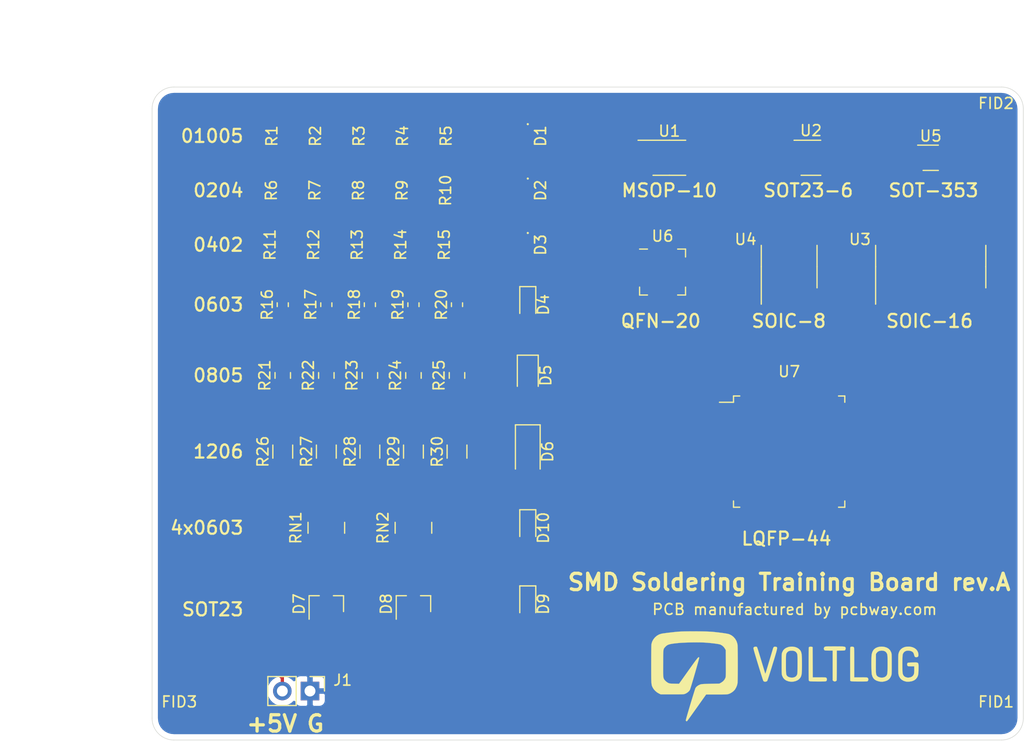
<source format=kicad_pcb>
(kicad_pcb (version 20171130) (host pcbnew "(5.1.5)-3")
  (layers (0 F.Cu signal) (31 B.Cu signal) (34 B.Paste user) (35 F.Paste user) (36 B.SilkS user) (37 F.SilkS user) (38 B.Mask user) (39 F.Mask user) (44 Edge.Cuts user))
  (net 0 "")
  (net 1 "Net-(D1-Pad2)")
  (net 2 GND)
  (net 3 "Net-(D2-Pad2)")
  (net 4 "Net-(D3-Pad2)")
  (net 5 "Net-(D4-Pad2)")
  (net 6 "Net-(D5-Pad2)")
  (net 7 "Net-(D6-Pad2)")
  (net 8 "Net-(D7-Pad1)")
  (net 9 "Net-(D10-Pad2)")
  (net 10 "Net-(R1-Pad1)")
  (net 11 "Net-(R2-Pad2)")
  (net 12 "Net-(R3-Pad1)")
  (net 13 "Net-(R4-Pad2)")
  (net 14 "Net-(R6-Pad1)")
  (net 15 "Net-(R7-Pad2)")
  (net 16 "Net-(R8-Pad1)")
  (net 17 "Net-(R10-Pad2)")
  (net 18 "Net-(R11-Pad1)")
  (net 19 "Net-(R12-Pad2)")
  (net 20 "Net-(R13-Pad1)")
  (net 21 "Net-(R14-Pad2)")
  (net 22 "Net-(R16-Pad1)")
  (net 23 "Net-(R17-Pad2)")
  (net 24 "Net-(R18-Pad1)")
  (net 25 "Net-(R19-Pad2)")
  (net 26 "Net-(R21-Pad1)")
  (net 27 "Net-(R22-Pad2)")
  (net 28 "Net-(R23-Pad1)")
  (net 29 "Net-(R24-Pad2)")
  (net 30 "Net-(R26-Pad1)")
  (net 31 "Net-(R27-Pad2)")
  (net 32 "Net-(R28-Pad1)")
  (net 33 "Net-(R29-Pad2)")
  (net 34 "Net-(RN1-Pad5)")
  (net 35 "Net-(RN1-Pad1)")
  (net 36 "Net-(RN2-Pad5)")
  (net 37 "Net-(RN2-Pad6)")
  (net 38 "Net-(RN2-Pad1)")
  (net 39 "Net-(U1-Pad4)")
  (net 40 "Net-(U1-Pad1)")
  (net 41 "Net-(U2-Pad3)")
  (net 42 "Net-(U3-Pad7)")
  (net 43 "Net-(U3-Pad5)")
  (net 44 "Net-(U3-Pad3)")
  (net 45 "Net-(U3-Pad1)")
  (net 46 "Net-(U4-Pad5)")
  (net 47 "Net-(U4-Pad1)")
  (net 48 "Net-(U6-Pad4)")
  (net 49 "Net-(U6-Pad8)")
  (net 50 "Net-(U6-Pad13)")
  (net 51 "Net-(U6-Pad14)")
  (net 52 "Net-(U6-Pad17)")
  (net 53 "Net-(U6-Pad20)")
  (net 54 "Net-(U7-Pad40)")
  (net 55 "Net-(U7-Pad39)")
  (net 56 "Net-(U7-Pad30)")
  (net 57 "Net-(U7-Pad27)")
  (net 58 "Net-(U7-Pad26)")
  (net 59 "Net-(U7-Pad25)")
  (net 60 "Net-(U7-Pad22)")
  (net 61 "Net-(U7-Pad21)")
  (net 62 "Net-(U7-Pad19)")
  (net 63 "Net-(U7-Pad18)")
  (net 64 "Net-(U7-Pad17)")
  (net 65 "Net-(U7-Pad15)")
  (net 66 "Net-(U7-Pad14)")
  (net 67 "Net-(U7-Pad12)")
  (net 68 "Net-(U7-Pad9)")
  (net 69 "Net-(U7-Pad8)")
  (net 70 "Net-(U7-Pad5)")
  (net 71 "Net-(D7-Pad3)")
  (net 72 "Net-(D7-Pad2)")
  (net 73 "Net-(D8-Pad3)")
  (net 74 "Net-(D8-Pad2)")
  (net 75 "Net-(U3-Pad15)")
  (net 76 "Net-(U3-Pad13)")
  (net 77 /U6_2)
  (net 78 /U6_1)
  (net 79 /U1_1)
  (net 80 /U1_2)
  (net 81 /U1-_2)
  (net 82 /U2_1)
  (net 83 /U2_2)
  (net 84 /U4_1)
  (net 85 /U4_2)
  (net 86 /U5_1)
  (net 87 /U5_2)
  (net 88 /U3_1)
  (net 89 /U3_2)
  (module voltlog_battery:voltlog_logo (layer F.Cu) (at 126.5 102.5)
    (fp_text reference G*** hide)
    (fp_text value LOGO hide)
  )
  (module Package_QFP:LQFP-44_10x10mm_P0.8mm (layer F.Cu) (at 127 83)
    (fp_text reference U7 (at 0 -7.35) (layer F.SilkS))
    (fp_text value LQFP-44)
    (pad 44 smd roundrect (at -4 -5.6625) (size 0.55 1.475) (layers F.Cu F.Paste F.Mask) (net 82 /U2_1))
    (pad 43 smd roundrect (at -3.2 -5.6625) (size 0.55 1.475) (layers F.Cu F.Paste F.Mask) (net 82 /U2_1))
    (pad 42 smd roundrect (at -2.4 -5.6625) (size 0.55 1.475) (layers F.Cu F.Paste F.Mask) (net 83 /U2_2))
    (pad 41 smd roundrect (at -1.6 -5.6625) (size 0.55 1.475) (layers F.Cu F.Paste F.Mask) (net 83 /U2_2))
    (pad 40 smd roundrect (at -0.8 -5.6625) (size 0.55 1.475) (layers F.Cu F.Paste F.Mask) (net 54 "Net-(U7-Pad40)"))
    (pad 39 smd roundrect (at 0 -5.6625) (size 0.55 1.475) (layers F.Cu F.Paste F.Mask) (net 55 "Net-(U7-Pad39)"))
    (pad 38 smd roundrect (at 0.8 -5.6625) (size 0.55 1.475) (layers F.Cu F.Paste F.Mask) (net 84 /U4_1))
    (pad 37 smd roundrect (at 1.6 -5.6625) (size 0.55 1.475) (layers F.Cu F.Paste F.Mask) (net 84 /U4_1))
    (pad 36 smd roundrect (at 2.4 -5.6625) (size 0.55 1.475) (layers F.Cu F.Paste F.Mask) (net 85 /U4_2))
    (pad 35 smd roundrect (at 3.2 -5.6625) (size 0.55 1.475) (layers F.Cu F.Paste F.Mask) (net 85 /U4_2))
    (pad 34 smd roundrect (at 4 -5.6625) (size 0.55 1.475) (layers F.Cu F.Paste F.Mask) (net 87 /U5_2))
    (pad 33 smd roundrect (at 5.6625 -4) (size 1.475 0.55) (layers F.Cu F.Paste F.Mask) (net 87 /U5_2))
    (pad 32 smd roundrect (at 5.6625 -3.2) (size 1.475 0.55) (layers F.Cu F.Paste F.Mask) (net 86 /U5_1))
    (pad 31 smd roundrect (at 5.6625 -2.4) (size 1.475 0.55) (layers F.Cu F.Paste F.Mask) (net 86 /U5_1))
    (pad 30 smd roundrect (at 5.6625 -1.6) (size 1.475 0.55) (layers F.Cu F.Paste F.Mask) (net 56 "Net-(U7-Pad30)"))
    (pad 29 smd roundrect (at 5.6625 -0.8) (size 1.475 0.55) (layers F.Cu F.Paste F.Mask) (net 88 /U3_1))
    (pad 28 smd roundrect (at 5.6625 0) (size 1.475 0.55) (layers F.Cu F.Paste F.Mask) (net 88 /U3_1))
    (pad 27 smd roundrect (at 5.6625 0.8) (size 1.475 0.55) (layers F.Cu F.Paste F.Mask) (net 57 "Net-(U7-Pad27)"))
    (pad 26 smd roundrect (at 5.6625 1.6) (size 1.475 0.55) (layers F.Cu F.Paste F.Mask) (net 58 "Net-(U7-Pad26)"))
    (pad 25 smd roundrect (at 5.6625 2.4) (size 1.475 0.55) (layers F.Cu F.Paste F.Mask) (net 59 "Net-(U7-Pad25)"))
    (pad 24 smd roundrect (at 5.6625 3.2) (size 1.475 0.55) (layers F.Cu F.Paste F.Mask) (net 89 /U3_2))
    (pad 23 smd roundrect (at 5.6625 4) (size 1.475 0.55) (layers F.Cu F.Paste F.Mask) (net 89 /U3_2))
    (pad 22 smd roundrect (at 4 5.6625) (size 0.55 1.475) (layers F.Cu F.Paste F.Mask) (net 60 "Net-(U7-Pad22)"))
    (pad 21 smd roundrect (at 3.2 5.6625) (size 0.55 1.475) (layers F.Cu F.Paste F.Mask) (net 61 "Net-(U7-Pad21)"))
    (pad 20 smd roundrect (at 2.4 5.6625) (size 0.55 1.475) (layers F.Cu F.Paste F.Mask) (net 62 "Net-(U7-Pad19)"))
    (pad 19 smd roundrect (at 1.6 5.6625) (size 0.55 1.475) (layers F.Cu F.Paste F.Mask) (net 62 "Net-(U7-Pad19)"))
    (pad 18 smd roundrect (at 0.8 5.6625) (size 0.55 1.475) (layers F.Cu F.Paste F.Mask) (net 63 "Net-(U7-Pad18)"))
    (pad 17 smd roundrect (at 0 5.6625) (size 0.55 1.475) (layers F.Cu F.Paste F.Mask) (net 64 "Net-(U7-Pad17)"))
    (pad 16 smd roundrect (at -0.8 5.6625) (size 0.55 1.475) (layers F.Cu F.Paste F.Mask) (net 65 "Net-(U7-Pad15)"))
    (pad 15 smd roundrect (at -1.6 5.6625) (size 0.55 1.475) (layers F.Cu F.Paste F.Mask) (net 65 "Net-(U7-Pad15)"))
    (pad 14 smd roundrect (at -2.4 5.6625) (size 0.55 1.475) (layers F.Cu F.Paste F.Mask) (net 66 "Net-(U7-Pad14)"))
    (pad 13 smd roundrect (at -3.2 5.6625) (size 0.55 1.475) (layers F.Cu F.Paste F.Mask) (net 67 "Net-(U7-Pad12)"))
    (pad 12 smd roundrect (at -4 5.6625) (size 0.55 1.475) (layers F.Cu F.Paste F.Mask) (net 67 "Net-(U7-Pad12)"))
    (pad 11 smd roundrect (at -5.6625 4) (size 1.475 0.55) (layers F.Cu F.Paste F.Mask) (net 79 /U1_1))
    (pad 10 smd roundrect (at -5.6625 3.2) (size 1.475 0.55) (layers F.Cu F.Paste F.Mask) (net 79 /U1_1))
    (pad 9 smd roundrect (at -5.6625 2.4) (size 1.475 0.55) (layers F.Cu F.Paste F.Mask) (net 68 "Net-(U7-Pad9)"))
    (pad 8 smd roundrect (at -5.6625 1.6) (size 1.475 0.55) (layers F.Cu F.Paste F.Mask) (net 69 "Net-(U7-Pad8)"))
    (pad 7 smd roundrect (at -5.6625 0.8) (size 1.475 0.55) (layers F.Cu F.Paste F.Mask) (net 80 /U1_2))
    (pad 6 smd roundrect (at -5.6625 0) (size 1.475 0.55) (layers F.Cu F.Paste F.Mask) (net 80 /U1_2))
    (pad 5 smd roundrect (at -5.6625 -0.8) (size 1.475 0.55) (layers F.Cu F.Paste F.Mask) (net 70 "Net-(U7-Pad5)"))
    (pad 4 smd roundrect (at -5.6625 -1.6) (size 1.475 0.55) (layers F.Cu F.Paste F.Mask) (net 77 /U6_2))
    (pad 3 smd roundrect (at -5.6625 -2.4) (size 1.475 0.55) (layers F.Cu F.Paste F.Mask) (net 77 /U6_2))
    (pad 2 smd roundrect (at -5.6625 -3.2) (size 1.475 0.55) (layers F.Cu F.Paste F.Mask) (net 78 /U6_1))
    (pad 1 smd roundrect (at -5.6625 -4) (size 1.475 0.55) (layers F.Cu F.Paste F.Mask) (net 78 /U6_1))
  )
  (module Connector_PinHeader_2.54mm:PinHeader_1x02_P2.54mm_Vertical (layer F.Cu) (at 83 105 270)
    (fp_text reference J1 (at -1 -3 180) (layer F.SilkS))
    (fp_text value 5V)
    (pad 2 thru_hole oval (at 0 2.54 270) (size 1.7 1.7) (drill 1) (layers *.Cu *.Mask) (net 8 "Net-(D7-Pad1)"))
    (pad 1 thru_hole rect (at 0 0 270) (size 1.7 1.7) (drill 1) (layers *.Cu *.Mask) (net 2 GND))
  )
  (module Package_DFN_QFN:QFN-20-1EP_4x4mm_P0.5mm_EP2.5x2.5mm (layer F.Cu) (at 115.375 66.5)
    (fp_text reference U6 (at 0 -3.3) (layer F.SilkS))
    (fp_text value FT221XQ)
    (pad 20 smd roundrect (at -1 -1.9375) (size 0.25 0.825) (layers F.Cu F.Paste F.Mask) (net 53 "Net-(U6-Pad20)"))
    (pad 19 smd roundrect (at -0.5 -1.9375) (size 0.25 0.825) (layers F.Cu F.Paste F.Mask) (net 52 "Net-(U6-Pad17)"))
    (pad 18 smd roundrect (at 0 -1.9375) (size 0.25 0.825) (layers F.Cu F.Paste F.Mask) (net 52 "Net-(U6-Pad17)"))
    (pad 17 smd roundrect (at 0.5 -1.9375) (size 0.25 0.825) (layers F.Cu F.Paste F.Mask) (net 52 "Net-(U6-Pad17)"))
    (pad 16 smd roundrect (at 1 -1.9375) (size 0.25 0.825) (layers F.Cu F.Paste F.Mask) (net 51 "Net-(U6-Pad14)"))
    (pad 15 smd roundrect (at 1.9375 -1) (size 0.825 0.25) (layers F.Cu F.Paste F.Mask) (net 51 "Net-(U6-Pad14)"))
    (pad 14 smd roundrect (at 1.9375 -0.5) (size 0.825 0.25) (layers F.Cu F.Paste F.Mask) (net 51 "Net-(U6-Pad14)"))
    (pad 13 smd roundrect (at 1.9375 0) (size 0.825 0.25) (layers F.Cu F.Paste F.Mask) (net 50 "Net-(U6-Pad13)"))
    (pad 12 smd roundrect (at 1.9375 0.5) (size 0.825 0.25) (layers F.Cu F.Paste F.Mask) (net 77 /U6_2))
    (pad 11 smd roundrect (at 1.9375 1) (size 0.825 0.25) (layers F.Cu F.Paste F.Mask) (net 77 /U6_2))
    (pad 10 smd roundrect (at 1 1.9375) (size 0.25 0.825) (layers F.Cu F.Paste F.Mask) (net 77 /U6_2))
    (pad 9 smd roundrect (at 0.5 1.9375) (size 0.25 0.825) (layers F.Cu F.Paste F.Mask) (net 49 "Net-(U6-Pad8)"))
    (pad 8 smd roundrect (at 0 1.9375) (size 0.25 0.825) (layers F.Cu F.Paste F.Mask) (net 49 "Net-(U6-Pad8)"))
    (pad 7 smd roundrect (at -0.5 1.9375) (size 0.25 0.825) (layers F.Cu F.Paste F.Mask) (net 78 /U6_1))
    (pad 6 smd roundrect (at -1 1.9375) (size 0.25 0.825) (layers F.Cu F.Paste F.Mask) (net 48 "Net-(U6-Pad4)"))
    (pad 5 smd roundrect (at -1.9375 1) (size 0.825 0.25) (layers F.Cu F.Paste F.Mask) (net 48 "Net-(U6-Pad4)"))
    (pad 4 smd roundrect (at -1.9375 0.5) (size 0.825 0.25) (layers F.Cu F.Paste F.Mask) (net 48 "Net-(U6-Pad4)"))
    (pad 3 smd roundrect (at -1.9375 0) (size 0.825 0.25) (layers F.Cu F.Paste F.Mask) (net 50 "Net-(U6-Pad13)"))
    (pad 2 smd roundrect (at -1.9375 -0.5) (size 0.825 0.25) (layers F.Cu F.Paste F.Mask) (net 78 /U6_1))
    (pad 1 smd roundrect (at -1.9375 -1) (size 0.825 0.25) (layers F.Cu F.Paste F.Mask) (net 78 /U6_1))
    (pad 21 smd roundrect (at 0 0) (size 2.5 2.5) (layers F.Cu F.Mask) (roundrect_rratio 0.1) (net 50 "Net-(U6-Pad13)"))
  )
  (module Package_TO_SOT_SMD:SOT-353_SC-70-5_Handsoldering (layer F.Cu) (at 140 56)
    (fp_text reference U5 (at 0 -2) (layer F.SilkS))
    (fp_text value SC-70-5)
    (pad 5 smd rect (at 1.33 -0.65) (size 1.5 0.4) (layers F.Cu F.Paste F.Mask) (net 86 /U5_1))
    (pad 4 smd rect (at 1.33 0.65) (size 1.5 0.4) (layers F.Cu F.Paste F.Mask) (net 86 /U5_1))
    (pad 3 smd rect (at -1.33 0.65) (size 1.5 0.4) (layers F.Cu F.Paste F.Mask) (net 87 /U5_2))
    (pad 2 smd rect (at -1.33 0) (size 1.5 0.4) (layers F.Cu F.Paste F.Mask) (net 86 /U5_1))
    (pad 1 smd rect (at -1.33 -0.65) (size 1.5 0.4) (layers F.Cu F.Paste F.Mask) (net 87 /U5_2))
  )
  (module Package_TO_SOT_SMD:SOT-23-6 (layer F.Cu) (at 129 56)
    (fp_text reference U2 (at 0 -2.5) (layer F.SilkS))
    (fp_text value SOT23-6)
    (pad 5 smd rect (at 1.1 0) (size 1.06 0.65) (layers F.Cu F.Paste F.Mask) (net 83 /U2_2))
    (pad 6 smd rect (at 1.1 -0.95) (size 1.06 0.65) (layers F.Cu F.Paste F.Mask) (net 83 /U2_2))
    (pad 4 smd rect (at 1.1 0.95) (size 1.06 0.65) (layers F.Cu F.Paste F.Mask) (net 41 "Net-(U2-Pad3)"))
    (pad 3 smd rect (at -1.1 0.95) (size 1.06 0.65) (layers F.Cu F.Paste F.Mask) (net 41 "Net-(U2-Pad3)"))
    (pad 2 smd rect (at -1.1 0) (size 1.06 0.65) (layers F.Cu F.Paste F.Mask) (net 82 /U2_1))
    (pad 1 smd rect (at -1.1 -0.95) (size 1.06 0.65) (layers F.Cu F.Paste F.Mask) (net 82 /U2_1))
  )
  (module Package_SO:SOIC-8_3.9x4.9mm_P1.27mm (layer F.Cu) (at 127 66 90)
    (fp_text reference U4 (at 2.5 -4 180) (layer F.SilkS))
    (fp_text value SO8)
    (pad 8 smd roundrect (at 2.475 -1.905 90) (size 1.95 0.6) (layers F.Cu F.Paste F.Mask) (net 84 /U4_1))
    (pad 7 smd roundrect (at 2.475 -0.635 90) (size 1.95 0.6) (layers F.Cu F.Paste F.Mask) (net 84 /U4_1))
    (pad 6 smd roundrect (at 2.475 0.635 90) (size 1.95 0.6) (layers F.Cu F.Paste F.Mask) (net 46 "Net-(U4-Pad5)"))
    (pad 5 smd roundrect (at 2.475 1.905 90) (size 1.95 0.6) (layers F.Cu F.Paste F.Mask) (net 46 "Net-(U4-Pad5)"))
    (pad 4 smd roundrect (at -2.475 1.905 90) (size 1.95 0.6) (layers F.Cu F.Paste F.Mask) (net 85 /U4_2))
    (pad 3 smd roundrect (at -2.475 0.635 90) (size 1.95 0.6) (layers F.Cu F.Paste F.Mask) (net 85 /U4_2))
    (pad 2 smd roundrect (at -2.475 -0.635 90) (size 1.95 0.6) (layers F.Cu F.Paste F.Mask) (net 47 "Net-(U4-Pad1)"))
    (pad 1 smd roundrect (at -2.475 -1.905 90) (size 1.95 0.6) (layers F.Cu F.Paste F.Mask) (net 47 "Net-(U4-Pad1)"))
  )
  (module Package_SO:SOIC-16_3.9x9.9mm_P1.27mm (layer F.Cu) (at 140 66 90)
    (fp_text reference U3 (at 2.5 -6.5 180) (layer F.SilkS))
    (fp_text value SO-16)
    (pad 16 smd roundrect (at 2.475 -4.445 90) (size 1.95 0.6) (layers F.Cu F.Paste F.Mask) (net 75 "Net-(U3-Pad15)"))
    (pad 15 smd roundrect (at 2.475 -3.175 90) (size 1.95 0.6) (layers F.Cu F.Paste F.Mask) (net 75 "Net-(U3-Pad15)"))
    (pad 14 smd roundrect (at 2.475 -1.905 90) (size 1.95 0.6) (layers F.Cu F.Paste F.Mask) (net 76 "Net-(U3-Pad13)"))
    (pad 13 smd roundrect (at 2.475 -0.635 90) (size 1.95 0.6) (layers F.Cu F.Paste F.Mask) (net 76 "Net-(U3-Pad13)"))
    (pad 12 smd roundrect (at 2.475 0.635 90) (size 1.95 0.6) (layers F.Cu F.Paste F.Mask) (net 89 /U3_2))
    (pad 11 smd roundrect (at 2.475 1.905 90) (size 1.95 0.6) (layers F.Cu F.Paste F.Mask) (net 89 /U3_2))
    (pad 10 smd roundrect (at 2.475 3.175 90) (size 1.95 0.6) (layers F.Cu F.Paste F.Mask) (net 88 /U3_1))
    (pad 9 smd roundrect (at 2.475 4.445 90) (size 1.95 0.6) (layers F.Cu F.Paste F.Mask) (net 88 /U3_1))
    (pad 8 smd roundrect (at -2.475 4.445 90) (size 1.95 0.6) (layers F.Cu F.Paste F.Mask) (net 42 "Net-(U3-Pad7)"))
    (pad 7 smd roundrect (at -2.475 3.175 90) (size 1.95 0.6) (layers F.Cu F.Paste F.Mask) (net 42 "Net-(U3-Pad7)"))
    (pad 6 smd roundrect (at -2.475 1.905 90) (size 1.95 0.6) (layers F.Cu F.Paste F.Mask) (net 43 "Net-(U3-Pad5)"))
    (pad 5 smd roundrect (at -2.475 0.635 90) (size 1.95 0.6) (layers F.Cu F.Paste F.Mask) (net 43 "Net-(U3-Pad5)"))
    (pad 4 smd roundrect (at -2.475 -0.635 90) (size 1.95 0.6) (layers F.Cu F.Paste F.Mask) (net 44 "Net-(U3-Pad3)"))
    (pad 3 smd roundrect (at -2.475 -1.905 90) (size 1.95 0.6) (layers F.Cu F.Paste F.Mask) (net 44 "Net-(U3-Pad3)"))
    (pad 2 smd roundrect (at -2.475 -3.175 90) (size 1.95 0.6) (layers F.Cu F.Paste F.Mask) (net 45 "Net-(U3-Pad1)"))
    (pad 1 smd roundrect (at -2.475 -4.445 90) (size 1.95 0.6) (layers F.Cu F.Paste F.Mask) (net 45 "Net-(U3-Pad1)"))
  )
  (module Package_SO:MSOP-10-1EP_3x3mm_P0.5mm_EP1.68x1.88mm (layer F.Cu) (at 116 56)
    (fp_text reference U1 (at 0 -2.45) (layer F.SilkS))
    (fp_text value MSOP-10)
    (pad 10 smd roundrect (at 2.15 -1) (size 1.45 0.3) (layers F.Cu F.Paste F.Mask) (net 81 /U1-_2))
    (pad 9 smd roundrect (at 2.15 -0.5) (size 1.45 0.3) (layers F.Cu F.Paste F.Mask) (net 81 /U1-_2))
    (pad 8 smd roundrect (at 2.15 0) (size 1.45 0.3) (layers F.Cu F.Paste F.Mask) (net 79 /U1_1))
    (pad 7 smd roundrect (at 2.15 0.5) (size 1.45 0.3) (layers F.Cu F.Paste F.Mask) (net 79 /U1_1))
    (pad 6 smd roundrect (at 2.15 1) (size 1.45 0.3) (layers F.Cu F.Paste F.Mask) (net 39 "Net-(U1-Pad4)"))
    (pad 5 smd roundrect (at -2.15 1) (size 1.45 0.3) (layers F.Cu F.Paste F.Mask) (net 79 /U1_1))
    (pad 4 smd roundrect (at -2.15 0.5) (size 1.45 0.3) (layers F.Cu F.Paste F.Mask) (net 39 "Net-(U1-Pad4)"))
    (pad 3 smd roundrect (at -2.15 0) (size 1.45 0.3) (layers F.Cu F.Paste F.Mask) (net 40 "Net-(U1-Pad1)"))
    (pad 2 smd roundrect (at -2.15 -0.5) (size 1.45 0.3) (layers F.Cu F.Paste F.Mask) (net 40 "Net-(U1-Pad1)"))
    (pad 1 smd roundrect (at -2.15 -1) (size 1.45 0.3) (layers F.Cu F.Paste F.Mask) (net 40 "Net-(U1-Pad1)"))
    (pad 11 smd roundrect (at 0 0) (size 1.68 1.88) (layers F.Cu F.Mask) (roundrect_rratio 0.14881) (net 79 /U1_1))
  )
  (module Resistor_SMD:R_Array_Convex_4x0603 (layer F.Cu) (at 92.5 90 90)
    (fp_text reference RN2 (at 0 -2.8 90) (layer F.SilkS))
    (fp_text value 47R)
    (pad 5 smd rect (at 0.9 1.2 90) (size 0.8 0.5) (layers F.Cu F.Paste F.Mask) (net 36 "Net-(RN2-Pad5)"))
    (pad 6 smd rect (at 0.9 0.4 90) (size 0.8 0.4) (layers F.Cu F.Paste F.Mask) (net 37 "Net-(RN2-Pad6)"))
    (pad 8 smd rect (at 0.9 -1.2 90) (size 0.8 0.5) (layers F.Cu F.Paste F.Mask) (net 34 "Net-(RN1-Pad5)"))
    (pad 7 smd rect (at 0.9 -0.4 90) (size 0.8 0.4) (layers F.Cu F.Paste F.Mask) (net 37 "Net-(RN2-Pad6)"))
    (pad 4 smd rect (at -0.9 1.2 90) (size 0.8 0.5) (layers F.Cu F.Paste F.Mask) (net 9 "Net-(D10-Pad2)"))
    (pad 2 smd rect (at -0.9 -0.4 90) (size 0.8 0.4) (layers F.Cu F.Paste F.Mask) (net 38 "Net-(RN2-Pad1)"))
    (pad 3 smd rect (at -0.9 0.4 90) (size 0.8 0.4) (layers F.Cu F.Paste F.Mask) (net 9 "Net-(D10-Pad2)"))
    (pad 1 smd rect (at -0.9 -1.2 90) (size 0.8 0.5) (layers F.Cu F.Paste F.Mask) (net 38 "Net-(RN2-Pad1)"))
  )
  (module Resistor_SMD:R_Array_Convex_4x0603 (layer F.Cu) (at 84.5 90 90)
    (fp_text reference RN1 (at 0 -2.8 90) (layer F.SilkS))
    (fp_text value 47R)
    (pad 5 smd rect (at 0.9 1.2 90) (size 0.8 0.5) (layers F.Cu F.Paste F.Mask) (net 34 "Net-(RN1-Pad5)"))
    (pad 6 smd rect (at 0.9 0.4 90) (size 0.8 0.4) (layers F.Cu F.Paste F.Mask) (net 34 "Net-(RN1-Pad5)"))
    (pad 8 smd rect (at 0.9 -1.2 90) (size 0.8 0.5) (layers F.Cu F.Paste F.Mask) (net 8 "Net-(D7-Pad1)"))
    (pad 7 smd rect (at 0.9 -0.4 90) (size 0.8 0.4) (layers F.Cu F.Paste F.Mask) (net 8 "Net-(D7-Pad1)"))
    (pad 4 smd rect (at -0.9 1.2 90) (size 0.8 0.5) (layers F.Cu F.Paste F.Mask) (net 35 "Net-(RN1-Pad1)"))
    (pad 2 smd rect (at -0.9 -0.4 90) (size 0.8 0.4) (layers F.Cu F.Paste F.Mask) (net 35 "Net-(RN1-Pad1)"))
    (pad 3 smd rect (at -0.9 0.4 90) (size 0.8 0.4) (layers F.Cu F.Paste F.Mask) (net 35 "Net-(RN1-Pad1)"))
    (pad 1 smd rect (at -0.9 -1.2 90) (size 0.8 0.5) (layers F.Cu F.Paste F.Mask) (net 35 "Net-(RN1-Pad1)"))
  )
  (module Resistor_SMD:R_1206_3216Metric_Pad1.42x1.75mm_HandSolder (layer F.Cu) (at 96.5 83 90)
    (fp_text reference R30 (at 0 -1.82 90) (layer F.SilkS))
    (fp_text value 47R)
    (pad 2 smd roundrect (at 1.4875 0 90) (size 1.425 1.75) (layers F.Cu F.Paste F.Mask) (roundrect_rratio 0.175439) (net 33 "Net-(R29-Pad2)"))
    (pad 1 smd roundrect (at -1.4875 0 90) (size 1.425 1.75) (layers F.Cu F.Paste F.Mask) (roundrect_rratio 0.175439) (net 7 "Net-(D6-Pad2)"))
  )
  (module Resistor_SMD:R_1206_3216Metric_Pad1.42x1.75mm_HandSolder (layer F.Cu) (at 92.5 83 90)
    (fp_text reference R29 (at 0 -1.82 90) (layer F.SilkS))
    (fp_text value 47R)
    (pad 2 smd roundrect (at 1.4875 0 90) (size 1.425 1.75) (layers F.Cu F.Paste F.Mask) (roundrect_rratio 0.175439) (net 33 "Net-(R29-Pad2)"))
    (pad 1 smd roundrect (at -1.4875 0 90) (size 1.425 1.75) (layers F.Cu F.Paste F.Mask) (roundrect_rratio 0.175439) (net 32 "Net-(R28-Pad1)"))
  )
  (module Resistor_SMD:R_1206_3216Metric_Pad1.42x1.75mm_HandSolder (layer F.Cu) (at 88.5 83 90)
    (fp_text reference R28 (at 0 -1.82 90) (layer F.SilkS))
    (fp_text value 47R)
    (pad 2 smd roundrect (at 1.4875 0 90) (size 1.425 1.75) (layers F.Cu F.Paste F.Mask) (roundrect_rratio 0.175439) (net 31 "Net-(R27-Pad2)"))
    (pad 1 smd roundrect (at -1.4875 0 90) (size 1.425 1.75) (layers F.Cu F.Paste F.Mask) (roundrect_rratio 0.175439) (net 32 "Net-(R28-Pad1)"))
  )
  (module Resistor_SMD:R_1206_3216Metric_Pad1.42x1.75mm_HandSolder (layer F.Cu) (at 84.5 83 90)
    (fp_text reference R27 (at 0 -1.82 90) (layer F.SilkS))
    (fp_text value 47R)
    (pad 2 smd roundrect (at 1.4875 0 90) (size 1.425 1.75) (layers F.Cu F.Paste F.Mask) (roundrect_rratio 0.175439) (net 31 "Net-(R27-Pad2)"))
    (pad 1 smd roundrect (at -1.4875 0 90) (size 1.425 1.75) (layers F.Cu F.Paste F.Mask) (roundrect_rratio 0.175439) (net 30 "Net-(R26-Pad1)"))
  )
  (module Resistor_SMD:R_1206_3216Metric_Pad1.42x1.75mm_HandSolder (layer F.Cu) (at 80.5 83 90)
    (fp_text reference R26 (at 0 -1.82 90) (layer F.SilkS))
    (fp_text value 47R)
    (pad 2 smd roundrect (at 1.4875 0 90) (size 1.425 1.75) (layers F.Cu F.Paste F.Mask) (roundrect_rratio 0.175439) (net 8 "Net-(D7-Pad1)"))
    (pad 1 smd roundrect (at -1.4875 0 90) (size 1.425 1.75) (layers F.Cu F.Paste F.Mask) (roundrect_rratio 0.175439) (net 30 "Net-(R26-Pad1)"))
  )
  (module Resistor_SMD:R_0805_2012Metric_Pad1.15x1.40mm_HandSolder (layer F.Cu) (at 96.5 76 90)
    (fp_text reference R25 (at 0 -1.65 90) (layer F.SilkS))
    (fp_text value 47R)
    (pad 2 smd roundrect (at 1.025 0 90) (size 1.15 1.4) (layers F.Cu F.Paste F.Mask) (roundrect_rratio 0.217391) (net 29 "Net-(R24-Pad2)"))
    (pad 1 smd roundrect (at -1.025 0 90) (size 1.15 1.4) (layers F.Cu F.Paste F.Mask) (roundrect_rratio 0.217391) (net 6 "Net-(D5-Pad2)"))
  )
  (module Resistor_SMD:R_0805_2012Metric_Pad1.15x1.40mm_HandSolder (layer F.Cu) (at 92.5 76 90)
    (fp_text reference R24 (at 0 -1.65 90) (layer F.SilkS))
    (fp_text value 47R)
    (pad 2 smd roundrect (at 1.025 0 90) (size 1.15 1.4) (layers F.Cu F.Paste F.Mask) (roundrect_rratio 0.217391) (net 29 "Net-(R24-Pad2)"))
    (pad 1 smd roundrect (at -1.025 0 90) (size 1.15 1.4) (layers F.Cu F.Paste F.Mask) (roundrect_rratio 0.217391) (net 28 "Net-(R23-Pad1)"))
  )
  (module Resistor_SMD:R_0805_2012Metric_Pad1.15x1.40mm_HandSolder (layer F.Cu) (at 88.5 76 90)
    (fp_text reference R23 (at 0 -1.65 90) (layer F.SilkS))
    (fp_text value 47R)
    (pad 2 smd roundrect (at 1.025 0 90) (size 1.15 1.4) (layers F.Cu F.Paste F.Mask) (roundrect_rratio 0.217391) (net 27 "Net-(R22-Pad2)"))
    (pad 1 smd roundrect (at -1.025 0 90) (size 1.15 1.4) (layers F.Cu F.Paste F.Mask) (roundrect_rratio 0.217391) (net 28 "Net-(R23-Pad1)"))
  )
  (module Resistor_SMD:R_0805_2012Metric_Pad1.15x1.40mm_HandSolder (layer F.Cu) (at 84.5 76 90)
    (fp_text reference R22 (at 0 -1.65 90) (layer F.SilkS))
    (fp_text value 47R)
    (pad 2 smd roundrect (at 1.025 0 90) (size 1.15 1.4) (layers F.Cu F.Paste F.Mask) (roundrect_rratio 0.217391) (net 27 "Net-(R22-Pad2)"))
    (pad 1 smd roundrect (at -1.025 0 90) (size 1.15 1.4) (layers F.Cu F.Paste F.Mask) (roundrect_rratio 0.217391) (net 26 "Net-(R21-Pad1)"))
  )
  (module Resistor_SMD:R_0805_2012Metric_Pad1.15x1.40mm_HandSolder (layer F.Cu) (at 80.5 76 90)
    (fp_text reference R21 (at 0 -1.65 90) (layer F.SilkS))
    (fp_text value 47R)
    (pad 2 smd roundrect (at 1.025 0 90) (size 1.15 1.4) (layers F.Cu F.Paste F.Mask) (roundrect_rratio 0.217391) (net 8 "Net-(D7-Pad1)"))
    (pad 1 smd roundrect (at -1.025 0 90) (size 1.15 1.4) (layers F.Cu F.Paste F.Mask) (roundrect_rratio 0.217391) (net 26 "Net-(R21-Pad1)"))
  )
  (module Resistor_SMD:R_0603_1608Metric_Pad1.05x0.95mm_HandSolder (layer F.Cu) (at 96.5 69.5 90)
    (fp_text reference R20 (at 0 -1.43 90) (layer F.SilkS))
    (fp_text value 47R)
    (pad 2 smd roundrect (at 0.875 0 90) (size 1.05 0.95) (layers F.Cu F.Paste F.Mask) (net 25 "Net-(R19-Pad2)"))
    (pad 1 smd roundrect (at -0.875 0 90) (size 1.05 0.95) (layers F.Cu F.Paste F.Mask) (net 5 "Net-(D4-Pad2)"))
  )
  (module Resistor_SMD:R_0603_1608Metric_Pad1.05x0.95mm_HandSolder (layer F.Cu) (at 92.5 69.5 90)
    (fp_text reference R19 (at 0 -1.43 90) (layer F.SilkS))
    (fp_text value 47R)
    (pad 2 smd roundrect (at 0.875 0 90) (size 1.05 0.95) (layers F.Cu F.Paste F.Mask) (net 25 "Net-(R19-Pad2)"))
    (pad 1 smd roundrect (at -0.875 0 90) (size 1.05 0.95) (layers F.Cu F.Paste F.Mask) (net 24 "Net-(R18-Pad1)"))
  )
  (module Resistor_SMD:R_0603_1608Metric_Pad1.05x0.95mm_HandSolder (layer F.Cu) (at 88.5 69.5 90)
    (fp_text reference R18 (at 0 -1.43 90) (layer F.SilkS))
    (fp_text value 47R)
    (pad 2 smd roundrect (at 0.875 0 90) (size 1.05 0.95) (layers F.Cu F.Paste F.Mask) (net 23 "Net-(R17-Pad2)"))
    (pad 1 smd roundrect (at -0.875 0 90) (size 1.05 0.95) (layers F.Cu F.Paste F.Mask) (net 24 "Net-(R18-Pad1)"))
  )
  (module Resistor_SMD:R_0603_1608Metric_Pad1.05x0.95mm_HandSolder (layer F.Cu) (at 84.5 69.5 90)
    (fp_text reference R17 (at 0 -1.43 90) (layer F.SilkS))
    (fp_text value 47R)
    (pad 2 smd roundrect (at 0.875 0 90) (size 1.05 0.95) (layers F.Cu F.Paste F.Mask) (net 23 "Net-(R17-Pad2)"))
    (pad 1 smd roundrect (at -0.875 0 90) (size 1.05 0.95) (layers F.Cu F.Paste F.Mask) (net 22 "Net-(R16-Pad1)"))
  )
  (module Resistor_SMD:R_0603_1608Metric_Pad1.05x0.95mm_HandSolder (layer F.Cu) (at 80.5 69.5 90)
    (fp_text reference R16 (at 0 -1.43 90) (layer F.SilkS))
    (fp_text value 47R)
    (pad 2 smd roundrect (at 0.875 0 90) (size 1.05 0.95) (layers F.Cu F.Paste F.Mask) (net 8 "Net-(D7-Pad1)"))
    (pad 1 smd roundrect (at -0.875 0 90) (size 1.05 0.95) (layers F.Cu F.Paste F.Mask) (net 22 "Net-(R16-Pad1)"))
  )
  (module Resistor_SMD:R_0402_1005Metric (layer F.Cu) (at 96.5 64 90)
    (fp_text reference R15 (at 0 -1.17 90) (layer F.SilkS))
    (fp_text value 47R)
    (pad 2 smd roundrect (at 0.485 0 90) (size 0.59 0.64) (layers F.Cu F.Paste F.Mask) (net 21 "Net-(R14-Pad2)"))
    (pad 1 smd roundrect (at -0.485 0 90) (size 0.59 0.64) (layers F.Cu F.Paste F.Mask) (net 4 "Net-(D3-Pad2)"))
  )
  (module Resistor_SMD:R_0402_1005Metric (layer F.Cu) (at 92.5 64 90)
    (fp_text reference R14 (at 0 -1.17 90) (layer F.SilkS))
    (fp_text value 47R)
    (pad 2 smd roundrect (at 0.485 0 90) (size 0.59 0.64) (layers F.Cu F.Paste F.Mask) (net 21 "Net-(R14-Pad2)"))
    (pad 1 smd roundrect (at -0.485 0 90) (size 0.59 0.64) (layers F.Cu F.Paste F.Mask) (net 20 "Net-(R13-Pad1)"))
  )
  (module Resistor_SMD:R_0402_1005Metric (layer F.Cu) (at 88.5 64 90)
    (fp_text reference R13 (at 0 -1.17 90) (layer F.SilkS))
    (fp_text value 47R)
    (pad 2 smd roundrect (at 0.485 0 90) (size 0.59 0.64) (layers F.Cu F.Paste F.Mask) (net 19 "Net-(R12-Pad2)"))
    (pad 1 smd roundrect (at -0.485 0 90) (size 0.59 0.64) (layers F.Cu F.Paste F.Mask) (net 20 "Net-(R13-Pad1)"))
  )
  (module Resistor_SMD:R_0402_1005Metric (layer F.Cu) (at 84.5 64 90)
    (fp_text reference R12 (at 0 -1.17 90) (layer F.SilkS))
    (fp_text value 47R)
    (pad 2 smd roundrect (at 0.485 0 90) (size 0.59 0.64) (layers F.Cu F.Paste F.Mask) (net 19 "Net-(R12-Pad2)"))
    (pad 1 smd roundrect (at -0.485 0 90) (size 0.59 0.64) (layers F.Cu F.Paste F.Mask) (net 18 "Net-(R11-Pad1)"))
  )
  (module Resistor_SMD:R_0402_1005Metric (layer F.Cu) (at 80.5 64 90)
    (fp_text reference R11 (at 0 -1.17 90) (layer F.SilkS))
    (fp_text value 47R)
    (pad 2 smd roundrect (at 0.485 0 90) (size 0.59 0.64) (layers F.Cu F.Paste F.Mask) (net 8 "Net-(D7-Pad1)"))
    (pad 1 smd roundrect (at -0.485 0 90) (size 0.59 0.64) (layers F.Cu F.Paste F.Mask) (net 18 "Net-(R11-Pad1)"))
  )
  (module Resistor_SMD:R_0201_0603Metric (layer F.Cu) (at 96.5 59 90)
    (fp_text reference R10 (at 0 -1.05 90) (layer F.SilkS))
    (fp_text value 47R)
    (pad 2 smd roundrect (at 0.32 0 90) (size 0.46 0.4) (layers F.Cu F.Mask) (net 17 "Net-(R10-Pad2)"))
    (pad 1 smd roundrect (at -0.32 0 90) (size 0.46 0.4) (layers F.Cu F.Mask) (net 3 "Net-(D2-Pad2)"))
  )
  (module Resistor_SMD:R_0201_0603Metric (layer F.Cu) (at 92.5 59 90)
    (fp_text reference R9 (at 0 -1.05 90) (layer F.SilkS))
    (fp_text value 47R)
    (pad 2 smd roundrect (at 0.32 0 90) (size 0.46 0.4) (layers F.Cu F.Mask) (net 17 "Net-(R10-Pad2)"))
    (pad 1 smd roundrect (at -0.32 0 90) (size 0.46 0.4) (layers F.Cu F.Mask) (net 16 "Net-(R8-Pad1)"))
  )
  (module Resistor_SMD:R_0201_0603Metric (layer F.Cu) (at 88.5 59 90)
    (fp_text reference R8 (at 0 -1.05 90) (layer F.SilkS))
    (fp_text value 47R)
    (pad 2 smd roundrect (at 0.32 0 90) (size 0.46 0.4) (layers F.Cu F.Mask) (net 15 "Net-(R7-Pad2)"))
    (pad 1 smd roundrect (at -0.32 0 90) (size 0.46 0.4) (layers F.Cu F.Mask) (net 16 "Net-(R8-Pad1)"))
  )
  (module Resistor_SMD:R_0201_0603Metric (layer F.Cu) (at 84.5 59 90)
    (fp_text reference R7 (at 0 -1.05 90) (layer F.SilkS))
    (fp_text value 47R)
    (pad 2 smd roundrect (at 0.32 0 90) (size 0.46 0.4) (layers F.Cu F.Mask) (net 15 "Net-(R7-Pad2)"))
    (pad 1 smd roundrect (at -0.32 0 90) (size 0.46 0.4) (layers F.Cu F.Mask) (net 14 "Net-(R6-Pad1)"))
  )
  (module Resistor_SMD:R_0201_0603Metric (layer F.Cu) (at 80.5 59 90)
    (fp_text reference R6 (at 0 -1.05 90) (layer F.SilkS))
    (fp_text value 47R)
    (pad 2 smd roundrect (at 0.32 0 90) (size 0.46 0.4) (layers F.Cu F.Mask) (net 8 "Net-(D7-Pad1)"))
    (pad 1 smd roundrect (at -0.32 0 90) (size 0.46 0.4) (layers F.Cu F.Mask) (net 14 "Net-(R6-Pad1)"))
  )
  (module Resistor_SMD:R_01005_0402Metric (layer F.Cu) (at 96.5 54 90)
    (fp_text reference R5 (at 0 -1 90) (layer F.SilkS))
    (fp_text value 47R)
    (pad 2 smd roundrect (at 0.25 0 90) (size 0.4 0.3) (layers F.Cu F.Mask) (net 13 "Net-(R4-Pad2)"))
    (pad 1 smd roundrect (at -0.25 0 90) (size 0.4 0.3) (layers F.Cu F.Mask) (net 1 "Net-(D1-Pad2)"))
  )
  (module Resistor_SMD:R_01005_0402Metric (layer F.Cu) (at 92.5 54 90)
    (fp_text reference R4 (at 0 -1 90) (layer F.SilkS))
    (fp_text value 47R)
    (pad 2 smd roundrect (at 0.25 0 90) (size 0.4 0.3) (layers F.Cu F.Mask) (net 13 "Net-(R4-Pad2)"))
    (pad 1 smd roundrect (at -0.25 0 90) (size 0.4 0.3) (layers F.Cu F.Mask) (net 12 "Net-(R3-Pad1)"))
  )
  (module Resistor_SMD:R_01005_0402Metric (layer F.Cu) (at 88.5 54 90)
    (fp_text reference R3 (at 0 -1 90) (layer F.SilkS))
    (fp_text value 47R)
    (pad 2 smd roundrect (at 0.25 0 90) (size 0.4 0.3) (layers F.Cu F.Mask) (net 11 "Net-(R2-Pad2)"))
    (pad 1 smd roundrect (at -0.25 0 90) (size 0.4 0.3) (layers F.Cu F.Mask) (net 12 "Net-(R3-Pad1)"))
  )
  (module Resistor_SMD:R_01005_0402Metric (layer F.Cu) (at 84.5 54 90)
    (fp_text reference R2 (at 0 -1 90) (layer F.SilkS))
    (fp_text value 47R)
    (pad 2 smd roundrect (at 0.25 0 90) (size 0.4 0.3) (layers F.Cu F.Mask) (net 11 "Net-(R2-Pad2)"))
    (pad 1 smd roundrect (at -0.25 0 90) (size 0.4 0.3) (layers F.Cu F.Mask) (net 10 "Net-(R1-Pad1)"))
  )
  (module Resistor_SMD:R_01005_0402Metric (layer F.Cu) (at 80.5 54 90)
    (fp_text reference R1 (at 0 -1 90) (layer F.SilkS))
    (fp_text value 47R)
    (pad 2 smd roundrect (at 0.25 0 90) (size 0.4 0.3) (layers F.Cu F.Mask) (net 8 "Net-(D7-Pad1)"))
    (pad 1 smd roundrect (at -0.25 0 90) (size 0.4 0.3) (layers F.Cu F.Mask) (net 10 "Net-(R1-Pad1)"))
  )
  (module Fiducial:Fiducial_0.5mm_Dia_1mm_Outer (layer F.Cu) (at 71 107.5)
    (fp_text reference FID3 (at 0 -1.5) (layer F.SilkS))
    (fp_text value Fiducial)
    (pad "" smd circle (at 0 0) (size 0.5 0.5) (layers F.Cu F.Mask) (clearance 0.25))
  )
  (module Fiducial:Fiducial_0.5mm_Dia_1mm_Outer (layer F.Cu) (at 146 52.5)
    (fp_text reference FID2 (at 0 -1.5) (layer F.SilkS))
    (fp_text value Fiducial)
    (pad "" smd circle (at 0 0) (size 0.5 0.5) (layers F.Cu F.Mask) (clearance 0.25))
  )
  (module Fiducial:Fiducial_0.5mm_Dia_1mm_Outer (layer F.Cu) (at 146 107.5)
    (fp_text reference FID1 (at 0 -1.5) (layer F.SilkS))
    (fp_text value Fiducial)
    (pad "" smd circle (at 0 0) (size 0.5 0.5) (layers F.Cu F.Mask) (clearance 0.25))
  )
  (module LED_SMD:LED_0603_1608Metric_Pad1.05x0.95mm_HandSolder (layer F.Cu) (at 103 97 270)
    (fp_text reference D9 (at 0 -1.43 90) (layer F.SilkS))
    (fp_text value green)
    (pad 2 smd roundrect (at 0.875 0 270) (size 1.05 0.95) (layers F.Cu F.Paste F.Mask) (net 74 "Net-(D8-Pad2)"))
    (pad 1 smd roundrect (at -0.875 0 270) (size 1.05 0.95) (layers F.Cu F.Paste F.Mask) (net 2 GND))
  )
  (module LED_SMD:LED_0603_1608Metric_Pad1.05x0.95mm_HandSolder (layer F.Cu) (at 103 90 270)
    (fp_text reference D10 (at 0 -1.43 90) (layer F.SilkS))
    (fp_text value green)
    (pad 2 smd roundrect (at 0.875 0 270) (size 1.05 0.95) (layers F.Cu F.Paste F.Mask) (net 9 "Net-(D10-Pad2)"))
    (pad 1 smd roundrect (at -0.875 0 270) (size 1.05 0.95) (layers F.Cu F.Paste F.Mask) (net 2 GND))
  )
  (module Package_TO_SOT_SMD:SOT-23 (layer F.Cu) (at 92.5 97 90)
    (fp_text reference D8 (at 0 -2.5 90) (layer F.SilkS))
    (fp_text value MMBD352LT1G)
    (pad 3 smd rect (at 1 0 90) (size 0.9 0.8) (layers F.Cu F.Paste F.Mask) (net 73 "Net-(D8-Pad3)"))
    (pad 2 smd rect (at -1 0.95 90) (size 0.9 0.8) (layers F.Cu F.Paste F.Mask) (net 74 "Net-(D8-Pad2)"))
    (pad 1 smd rect (at -1 -0.95 90) (size 0.9 0.8) (layers F.Cu F.Paste F.Mask) (net 72 "Net-(D7-Pad2)"))
  )
  (module Package_TO_SOT_SMD:SOT-23 (layer F.Cu) (at 84.5 97 90)
    (fp_text reference D7 (at 0 -2.5 90) (layer F.SilkS))
    (fp_text value MMBD352LT1G)
    (pad 3 smd rect (at 1 0 90) (size 0.9 0.8) (layers F.Cu F.Paste F.Mask) (net 71 "Net-(D7-Pad3)"))
    (pad 2 smd rect (at -1 0.95 90) (size 0.9 0.8) (layers F.Cu F.Paste F.Mask) (net 72 "Net-(D7-Pad2)"))
    (pad 1 smd rect (at -1 -0.95 90) (size 0.9 0.8) (layers F.Cu F.Paste F.Mask) (net 8 "Net-(D7-Pad1)"))
  )
  (module LED_SMD:LED_1206_3216Metric_Pad1.42x1.75mm_HandSolder (layer F.Cu) (at 103 83 270)
    (fp_text reference D6 (at 0 -1.82 90) (layer F.SilkS))
    (fp_text value green)
    (pad 2 smd roundrect (at 1.4875 0 270) (size 1.425 1.75) (layers F.Cu F.Paste F.Mask) (roundrect_rratio 0.175439) (net 7 "Net-(D6-Pad2)"))
    (pad 1 smd roundrect (at -1.4875 0 270) (size 1.425 1.75) (layers F.Cu F.Paste F.Mask) (roundrect_rratio 0.175439) (net 2 GND))
  )
  (module LED_SMD:LED_0805_2012Metric_Pad1.15x1.40mm_HandSolder (layer F.Cu) (at 103 76 270)
    (fp_text reference D5 (at 0 -1.65 90) (layer F.SilkS))
    (fp_text value green)
    (pad 2 smd roundrect (at 1.025 0 270) (size 1.15 1.4) (layers F.Cu F.Paste F.Mask) (roundrect_rratio 0.217391) (net 6 "Net-(D5-Pad2)"))
    (pad 1 smd roundrect (at -1.025 0 270) (size 1.15 1.4) (layers F.Cu F.Paste F.Mask) (roundrect_rratio 0.217391) (net 2 GND))
  )
  (module LED_SMD:LED_0603_1608Metric_Pad1.05x0.95mm_HandSolder (layer F.Cu) (at 103 69.5 270)
    (fp_text reference D4 (at 0 -1.43 90) (layer F.SilkS))
    (fp_text value green)
    (pad 2 smd roundrect (at 0.875 0 270) (size 1.05 0.95) (layers F.Cu F.Paste F.Mask) (net 5 "Net-(D4-Pad2)"))
    (pad 1 smd roundrect (at -0.875 0 270) (size 1.05 0.95) (layers F.Cu F.Paste F.Mask) (net 2 GND))
  )
  (module LED_SMD:LED_0402_1005Metric (layer F.Cu) (at 103 64 270)
    (fp_text reference D3 (at 0 -1.17 90) (layer F.SilkS))
    (fp_text value green)
    (pad 2 smd roundrect (at 0.485 0 270) (size 0.59 0.64) (layers F.Cu F.Paste F.Mask) (net 4 "Net-(D3-Pad2)"))
    (pad 1 smd roundrect (at -0.485 0 270) (size 0.59 0.64) (layers F.Cu F.Paste F.Mask) (net 2 GND))
  )
  (module LED_SMD:LED_0402_1005Metric (layer F.Cu) (at 103 59 270)
    (fp_text reference D2 (at 0 -1.17 90) (layer F.SilkS))
    (fp_text value green)
    (pad 2 smd roundrect (at 0.485 0 270) (size 0.59 0.64) (layers F.Cu F.Paste F.Mask) (net 3 "Net-(D2-Pad2)"))
    (pad 1 smd roundrect (at -0.485 0 270) (size 0.59 0.64) (layers F.Cu F.Paste F.Mask) (net 2 GND))
  )
  (module LED_SMD:LED_0402_1005Metric (layer F.Cu) (at 103 54 270)
    (fp_text reference D1 (at 0 -1.17 90) (layer F.SilkS))
    (fp_text value green)
    (pad 2 smd roundrect (at 0.485 0 270) (size 0.59 0.64) (layers F.Cu F.Paste F.Mask) (net 1 "Net-(D1-Pad2)"))
    (pad 1 smd roundrect (at -0.485 0 270) (size 0.59 0.64) (layers F.Cu F.Paste F.Mask) (net 2 GND))
  )
  (gr_text "PCB manufactured by pcbway.com" (at 127.5 97.5) (layer F.SilkS) (effects (font (size 1 1))))
  (gr_text "SMD Soldering Training Board rev.A" (at 127 95) (layer F.SilkS) (effects (font (size 1.5 1.5) (thickness 0.3))))
  (gr_arc (start 70.5 107.5) (end 68.5 107.5) (angle -90) (layer Edge.Cuts) (width 0.05))
  (gr_arc (start 146.5 107.5) (end 146.5 109.5) (angle -90) (layer Edge.Cuts) (width 0.05))
  (gr_arc (start 146.5 51.5) (end 148.5 51.5) (angle -90) (layer Edge.Cuts) (width 0.05))
  (gr_arc (start 70.5 51.5) (end 70.5 49.5) (angle -90) (layer Edge.Cuts) (width 0.05))
  (gr_text G (at 83.5 108) (layer F.SilkS) (effects (font (size 1.5 1.5) (thickness 0.3))))
  (gr_text +5V (at 79.5 108) (layer F.SilkS) (effects (font (size 1.5 1.5) (thickness 0.3))))
  (gr_text SOT-353 (at 144.5 59) (layer F.SilkS) (effects (font (size 1.2 1.2) (thickness 0.2)) (justify right)))
  (gr_text SOT23-6 (at 133 59) (layer F.SilkS) (effects (font (size 1.2 1.2) (thickness 0.2)) (justify right)))
  (gr_text MSOP-10 (at 120.5 59) (layer F.SilkS) (effects (font (size 1.2 1.2) (thickness 0.2)) (justify right)))
  (gr_text SOIC-8 (at 130.5 71) (layer F.SilkS) (effects (font (size 1.2 1.2) (thickness 0.2)) (justify right)))
  (gr_text SOIC-16 (at 144 71) (layer F.SilkS) (effects (font (size 1.2 1.2) (thickness 0.2)) (justify right)))
  (gr_text QFN-20 (at 119 71) (layer F.SilkS) (effects (font (size 1.2 1.2) (thickness 0.2)) (justify right)))
  (gr_text LQFP-44 (at 131 91) (layer F.SilkS) (effects (font (size 1.2 1.2) (thickness 0.2)) (justify right)))
  (gr_text SOT23 (at 77 97.5) (layer F.SilkS) (effects (font (size 1.2 1.2) (thickness 0.2)) (justify right)))
  (gr_text 4x0603 (at 77 90) (layer F.SilkS) (effects (font (size 1.2 1.2) (thickness 0.2)) (justify right)))
  (gr_text 1206 (at 77 83) (layer F.SilkS) (effects (font (size 1.2 1.2) (thickness 0.2)) (justify right)))
  (gr_text 0805 (at 77 76) (layer F.SilkS) (effects (font (size 1.2 1.2) (thickness 0.2)) (justify right)))
  (gr_text 0603 (at 77 69.5) (layer F.SilkS) (effects (font (size 1.2 1.2) (thickness 0.2)) (justify right)))
  (gr_text 0402 (at 77 64) (layer F.SilkS) (effects (font (size 1.2 1.2) (thickness 0.2)) (justify right)))
  (gr_text 0204 (at 77 59) (layer F.SilkS) (effects (font (size 1.2 1.2) (thickness 0.2)) (justify right)))
  (gr_text 01005 (at 77 54) (layer F.SilkS) (effects (font (size 1.2 1.2) (thickness 0.2)) (justify right)))
  (gr_line (start 148.5 51.5) (end 148.5 107.5) (layer Edge.Cuts) (width 0.05))
  (gr_line (start 70.5 109.5) (end 146.5 109.5) (layer Edge.Cuts) (width 0.05))
  (gr_line (start 68.5 51.5) (end 68.5 107.5) (layer Edge.Cuts) (width 0.05))
  (gr_line (start 146.5 49.5) (end 70.5 49.5) (layer Edge.Cuts) (width 0.05))
  (segment (start 103 54.78) (end 102.53 55.25) (width 0.2) (layer F.Cu) (net 1))
  (segment (start 103 54.485) (end 103 54.78) (width 0.2) (layer F.Cu) (net 1))
  (segment (start 102.53 55.25) (end 96.75 55.25) (width 0.2) (layer F.Cu) (net 1))
  (segment (start 96.5 55) (end 96.5 54.25) (width 0.2) (layer F.Cu) (net 1))
  (segment (start 96.75 55.25) (end 96.5 55) (width 0.2) (layer F.Cu) (net 1))
  (segment (start 105.5 99.5) (end 100 105) (width 0.3) (layer F.Cu) (net 2))
  (segment (start 100 105) (end 83 105) (width 0.3) (layer F.Cu) (net 2))
  (segment (start 104.765 53.515) (end 105.5 54.25) (width 0.3) (layer F.Cu) (net 2))
  (segment (start 103 53.515) (end 104.765 53.515) (width 0.3) (layer F.Cu) (net 2))
  (segment (start 105.5 58.5) (end 105.485 58.515) (width 0.3) (layer F.Cu) (net 2))
  (segment (start 105.485 58.515) (end 103 58.515) (width 0.3) (layer F.Cu) (net 2))
  (segment (start 105.5 54.25) (end 105.5 57.5) (width 0.3) (layer F.Cu) (net 2))
  (segment (start 105.485 63.515) (end 103 63.515) (width 0.3) (layer F.Cu) (net 2))
  (segment (start 105.5 63.5) (end 105.485 63.515) (width 0.3) (layer F.Cu) (net 2))
  (segment (start 105.5 58.5) (end 105.5 63.5) (width 0.3) (layer F.Cu) (net 2))
  (segment (start 105.375 68.625) (end 103 68.625) (width 0.3) (layer F.Cu) (net 2))
  (segment (start 105.5 68.5) (end 105.375 68.625) (width 0.3) (layer F.Cu) (net 2))
  (segment (start 105.5 63.5) (end 105.5 68.5) (width 0.3) (layer F.Cu) (net 2))
  (segment (start 105.475 74.975) (end 103 74.975) (width 0.3) (layer F.Cu) (net 2))
  (segment (start 105.5 75) (end 105.475 74.975) (width 0.3) (layer F.Cu) (net 2))
  (segment (start 105.5 68.5) (end 105.5 75) (width 0.3) (layer F.Cu) (net 2))
  (segment (start 105.4875 81.5125) (end 103 81.5125) (width 0.3) (layer F.Cu) (net 2))
  (segment (start 105.5 81.5) (end 105.4875 81.5125) (width 0.3) (layer F.Cu) (net 2))
  (segment (start 105.5 75) (end 105.5 81.5) (width 0.3) (layer F.Cu) (net 2))
  (segment (start 105.375 89.125) (end 103 89.125) (width 0.3) (layer F.Cu) (net 2))
  (segment (start 105.5 89.25) (end 105.375 89.125) (width 0.3) (layer F.Cu) (net 2))
  (segment (start 105.5 81.5) (end 105.5 89.25) (width 0.3) (layer F.Cu) (net 2))
  (segment (start 105.375 96.125) (end 103 96.125) (width 0.3) (layer F.Cu) (net 2))
  (segment (start 105.5 96.25) (end 105.375 96.125) (width 0.3) (layer F.Cu) (net 2))
  (segment (start 105.5 96.25) (end 105.5 99.5) (width 0.3) (layer F.Cu) (net 2))
  (segment (start 105.5 89.25) (end 105.5 96.25) (width 0.3) (layer F.Cu) (net 2))
  (segment (start 105.5 57.5) (end 105.5 58.5) (width 0.3) (layer F.Cu) (net 2))
  (segment (start 96.5 60.25) (end 96.5 59.32) (width 0.3) (layer F.Cu) (net 3))
  (segment (start 96.75 60.5) (end 96.5 60.25) (width 0.3) (layer F.Cu) (net 3))
  (segment (start 103 59.485) (end 103 60.25) (width 0.3) (layer F.Cu) (net 3))
  (segment (start 102.75 60.5) (end 96.75 60.5) (width 0.3) (layer F.Cu) (net 3))
  (segment (start 103 60.25) (end 102.75 60.5) (width 0.3) (layer F.Cu) (net 3))
  (segment (start 103 65.25) (end 103 64.485) (width 0.3) (layer F.Cu) (net 4))
  (segment (start 102.75 65.5) (end 103 65.25) (width 0.3) (layer F.Cu) (net 4))
  (segment (start 96.75 65.5) (end 102.75 65.5) (width 0.3) (layer F.Cu) (net 4))
  (segment (start 96.5 64.485) (end 96.5 65.25) (width 0.3) (layer F.Cu) (net 4))
  (segment (start 96.5 65.25) (end 96.75 65.5) (width 0.3) (layer F.Cu) (net 4))
  (segment (start 96.5 70.375) (end 96.5 71.25) (width 0.3) (layer F.Cu) (net 5))
  (segment (start 96.5 71.25) (end 97 71.75) (width 0.3) (layer F.Cu) (net 5))
  (segment (start 97 71.75) (end 102.75 71.75) (width 0.3) (layer F.Cu) (net 5))
  (segment (start 103 71.5) (end 103 70.375) (width 0.3) (layer F.Cu) (net 5))
  (segment (start 102.75 71.75) (end 103 71.5) (width 0.3) (layer F.Cu) (net 5))
  (segment (start 96.5 77.025) (end 96.5 78) (width 0.3) (layer F.Cu) (net 6))
  (segment (start 96.5 78) (end 97 78.5) (width 0.3) (layer F.Cu) (net 6))
  (segment (start 97 78.5) (end 102.75 78.5) (width 0.3) (layer F.Cu) (net 6))
  (segment (start 103 78.25) (end 103 77.025) (width 0.3) (layer F.Cu) (net 6))
  (segment (start 102.75 78.5) (end 103 78.25) (width 0.3) (layer F.Cu) (net 6))
  (segment (start 102.75 86.25) (end 103 86) (width 0.3) (layer F.Cu) (net 7))
  (segment (start 97.25 86.25) (end 102.75 86.25) (width 0.3) (layer F.Cu) (net 7))
  (segment (start 103 86) (end 103 84.4875) (width 0.3) (layer F.Cu) (net 7))
  (segment (start 96.5 84.4875) (end 96.5 85.5) (width 0.3) (layer F.Cu) (net 7))
  (segment (start 96.5 85.5) (end 97.25 86.25) (width 0.3) (layer F.Cu) (net 7))
  (segment (start 80.46 103.797919) (end 78 101.337919) (width 0.3) (layer F.Cu) (net 8))
  (segment (start 78 53.25) (end 78.75 52.5) (width 0.3) (layer F.Cu) (net 8))
  (segment (start 80.46 105) (end 80.46 103.797919) (width 0.3) (layer F.Cu) (net 8))
  (segment (start 80.5 53.25) (end 80.5 53.69999) (width 0.25) (layer F.Cu) (net 8))
  (segment (start 78.75 52.5) (end 79.75 52.5) (width 0.3) (layer F.Cu) (net 8))
  (segment (start 79.75 52.5) (end 80.5 53.25) (width 0.3) (layer F.Cu) (net 8))
  (segment (start 78.07 58.68) (end 80.5 58.68) (width 0.3) (layer F.Cu) (net 8))
  (segment (start 78 57.75) (end 78 53.25) (width 0.3) (layer F.Cu) (net 8))
  (segment (start 78 58.75) (end 78.07 58.68) (width 0.3) (layer F.Cu) (net 8))
  (segment (start 78 63.5) (end 78.015 63.515) (width 0.3) (layer F.Cu) (net 8))
  (segment (start 78.015 63.515) (end 80.5 63.515) (width 0.3) (layer F.Cu) (net 8))
  (segment (start 78 63.5) (end 78 58.75) (width 0.3) (layer F.Cu) (net 8))
  (segment (start 78.125 68.625) (end 80.5 68.625) (width 0.3) (layer F.Cu) (net 8))
  (segment (start 78 68.5) (end 78.125 68.625) (width 0.3) (layer F.Cu) (net 8))
  (segment (start 78 68.5) (end 78 63.5) (width 0.3) (layer F.Cu) (net 8))
  (segment (start 78 75) (end 78.025 74.975) (width 0.3) (layer F.Cu) (net 8))
  (segment (start 78 75) (end 78 68.5) (width 0.3) (layer F.Cu) (net 8))
  (segment (start 78.025 74.975) (end 80.5 74.975) (width 0.3) (layer F.Cu) (net 8))
  (segment (start 78 81.5) (end 78.0125 81.5125) (width 0.3) (layer F.Cu) (net 8))
  (segment (start 78.0125 81.5125) (end 80.5 81.5125) (width 0.3) (layer F.Cu) (net 8))
  (segment (start 78 81.5) (end 78 75) (width 0.3) (layer F.Cu) (net 8))
  (segment (start 78 89) (end 78 81.5) (width 0.3) (layer F.Cu) (net 8))
  (segment (start 84.1 88.35) (end 84.1 89.1) (width 0.3) (layer F.Cu) (net 8))
  (segment (start 78 89) (end 81.25 89) (width 0.3) (layer F.Cu) (net 8))
  (segment (start 83.75 88) (end 84.1 88.35) (width 0.3) (layer F.Cu) (net 8))
  (segment (start 81.25 89) (end 82.25 88) (width 0.3) (layer F.Cu) (net 8))
  (segment (start 83.3 88.05) (end 83.25 88) (width 0.3) (layer F.Cu) (net 8))
  (segment (start 83.3 89.1) (end 83.3 88.05) (width 0.3) (layer F.Cu) (net 8))
  (segment (start 82.25 88) (end 83.25 88) (width 0.3) (layer F.Cu) (net 8))
  (segment (start 83.25 88) (end 83.75 88) (width 0.3) (layer F.Cu) (net 8))
  (segment (start 83.55 98) (end 78 98) (width 0.3) (layer F.Cu) (net 8))
  (segment (start 78 101.337919) (end 78 98) (width 0.3) (layer F.Cu) (net 8))
  (segment (start 78 98) (end 78 89) (width 0.3) (layer F.Cu) (net 8))
  (segment (start 78 57.75) (end 78 58.75) (width 0.3) (layer F.Cu) (net 8))
  (segment (start 92.9 90.9) (end 92.9 91.9) (width 0.3) (layer F.Cu) (net 9))
  (segment (start 92.9 91.9) (end 93.25 92.25) (width 0.3) (layer F.Cu) (net 9))
  (segment (start 103 91.75) (end 103 90.875) (width 0.3) (layer F.Cu) (net 9))
  (segment (start 102.5 92.25) (end 103 91.75) (width 0.3) (layer F.Cu) (net 9))
  (segment (start 93.7 92.2) (end 93.75 92.25) (width 0.3) (layer F.Cu) (net 9))
  (segment (start 93.7 90.9) (end 93.7 92.2) (width 0.3) (layer F.Cu) (net 9))
  (segment (start 93.25 92.25) (end 93.75 92.25) (width 0.3) (layer F.Cu) (net 9))
  (segment (start 93.75 92.25) (end 102.5 92.25) (width 0.3) (layer F.Cu) (net 9))
  (segment (start 84.5 54.75) (end 84.5 54.25) (width 0.2) (layer F.Cu) (net 10))
  (segment (start 84.25 55) (end 84.5 54.75) (width 0.2) (layer F.Cu) (net 10))
  (segment (start 80.5 54.25) (end 80.5 54.75) (width 0.2) (layer F.Cu) (net 10))
  (segment (start 80.5 54.75) (end 80.75 55) (width 0.2) (layer F.Cu) (net 10))
  (segment (start 80.75 55) (end 84.25 55) (width 0.2) (layer F.Cu) (net 10))
  (segment (start 84.5 53.75) (end 88.5 53.75) (width 0.2) (layer F.Cu) (net 11))
  (segment (start 92.5 54.75) (end 92.5 54.25) (width 0.2) (layer F.Cu) (net 12))
  (segment (start 92.25 55) (end 92.5 54.75) (width 0.2) (layer F.Cu) (net 12))
  (segment (start 88.5 54.25) (end 88.5 54.75) (width 0.2) (layer F.Cu) (net 12))
  (segment (start 88.75 55) (end 92.25 55) (width 0.2) (layer F.Cu) (net 12))
  (segment (start 88.5 54.75) (end 88.75 55) (width 0.2) (layer F.Cu) (net 12))
  (segment (start 92.5 53.75) (end 96.5 53.75) (width 0.2) (layer F.Cu) (net 13))
  (segment (start 84.5 60) (end 84.5 59.32) (width 0.3) (layer F.Cu) (net 14))
  (segment (start 84.25 60.25) (end 84.5 60) (width 0.3) (layer F.Cu) (net 14))
  (segment (start 80.75 60.25) (end 84.25 60.25) (width 0.3) (layer F.Cu) (net 14))
  (segment (start 80.5 59.32) (end 80.5 60) (width 0.3) (layer F.Cu) (net 14))
  (segment (start 80.5 60) (end 80.75 60.25) (width 0.3) (layer F.Cu) (net 14))
  (segment (start 84.7 58.68) (end 88.5 58.68) (width 0.3) (layer F.Cu) (net 15))
  (segment (start 84.5 58.68) (end 84.7 58.68) (width 0.3) (layer F.Cu) (net 15))
  (segment (start 92.25 60.25) (end 92.5 60) (width 0.3) (layer F.Cu) (net 16))
  (segment (start 88.75 60.25) (end 92.25 60.25) (width 0.3) (layer F.Cu) (net 16))
  (segment (start 92.5 60) (end 92.5 59.32) (width 0.3) (layer F.Cu) (net 16))
  (segment (start 88.5 59.32) (end 88.5 60) (width 0.3) (layer F.Cu) (net 16))
  (segment (start 88.5 60) (end 88.75 60.25) (width 0.3) (layer F.Cu) (net 16))
  (segment (start 92.7 58.68) (end 96.5 58.68) (width 0.3) (layer F.Cu) (net 17))
  (segment (start 92.5 58.68) (end 92.7 58.68) (width 0.3) (layer F.Cu) (net 17))
  (segment (start 80.5 64.485) (end 80.5 65.25) (width 0.3) (layer F.Cu) (net 18))
  (segment (start 80.5 65.25) (end 80.75 65.5) (width 0.3) (layer F.Cu) (net 18))
  (segment (start 80.75 65.5) (end 84.25 65.5) (width 0.3) (layer F.Cu) (net 18))
  (segment (start 84.5 65.25) (end 84.5 64.485) (width 0.3) (layer F.Cu) (net 18))
  (segment (start 84.25 65.5) (end 84.5 65.25) (width 0.3) (layer F.Cu) (net 18))
  (segment (start 84.5 63.515) (end 88.5 63.515) (width 0.3) (layer F.Cu) (net 19))
  (segment (start 88.5 64.485) (end 88.5 65.25) (width 0.3) (layer F.Cu) (net 20))
  (segment (start 88.5 65.25) (end 88.75 65.5) (width 0.3) (layer F.Cu) (net 20))
  (segment (start 88.75 65.5) (end 92.25 65.5) (width 0.3) (layer F.Cu) (net 20))
  (segment (start 92.5 65.25) (end 92.5 64.485) (width 0.3) (layer F.Cu) (net 20))
  (segment (start 92.25 65.5) (end 92.5 65.25) (width 0.3) (layer F.Cu) (net 20))
  (segment (start 92.5 63.515) (end 96.5 63.515) (width 0.3) (layer F.Cu) (net 21))
  (segment (start 80.5 70.375) (end 80.5 71.25) (width 0.3) (layer F.Cu) (net 22))
  (segment (start 80.5 71.25) (end 81 71.75) (width 0.3) (layer F.Cu) (net 22))
  (segment (start 81 71.75) (end 84.25 71.75) (width 0.3) (layer F.Cu) (net 22))
  (segment (start 84.5 71.5) (end 84.5 70.375) (width 0.3) (layer F.Cu) (net 22))
  (segment (start 84.25 71.75) (end 84.5 71.5) (width 0.3) (layer F.Cu) (net 22))
  (segment (start 84.975 68.625) (end 88.5 68.625) (width 0.3) (layer F.Cu) (net 23))
  (segment (start 84.5 68.625) (end 84.975 68.625) (width 0.3) (layer F.Cu) (net 23))
  (segment (start 88.5 70.375) (end 88.5 71.25) (width 0.3) (layer F.Cu) (net 24))
  (segment (start 88.5 71.25) (end 89 71.75) (width 0.3) (layer F.Cu) (net 24))
  (segment (start 89 71.75) (end 92.25 71.75) (width 0.3) (layer F.Cu) (net 24))
  (segment (start 92.5 71.5) (end 92.5 70.375) (width 0.3) (layer F.Cu) (net 24))
  (segment (start 92.25 71.75) (end 92.5 71.5) (width 0.3) (layer F.Cu) (net 24))
  (segment (start 92.975 68.625) (end 96.5 68.625) (width 0.3) (layer F.Cu) (net 25))
  (segment (start 92.5 68.625) (end 92.975 68.625) (width 0.3) (layer F.Cu) (net 25))
  (segment (start 84.5 78.25) (end 84.5 77.025) (width 0.3) (layer F.Cu) (net 26))
  (segment (start 81 78.5) (end 84.25 78.5) (width 0.3) (layer F.Cu) (net 26))
  (segment (start 84.25 78.5) (end 84.5 78.25) (width 0.3) (layer F.Cu) (net 26))
  (segment (start 80.5 77.025) (end 80.5 78) (width 0.3) (layer F.Cu) (net 26))
  (segment (start 80.5 78) (end 81 78.5) (width 0.3) (layer F.Cu) (net 26))
  (segment (start 84.5 74.975) (end 88.5 74.975) (width 0.3) (layer F.Cu) (net 27))
  (segment (start 92.5 78.25) (end 92.5 77.025) (width 0.3) (layer F.Cu) (net 28))
  (segment (start 89 78.5) (end 92.25 78.5) (width 0.3) (layer F.Cu) (net 28))
  (segment (start 88.5 77.025) (end 88.5 78) (width 0.3) (layer F.Cu) (net 28))
  (segment (start 92.25 78.5) (end 92.5 78.25) (width 0.3) (layer F.Cu) (net 28))
  (segment (start 88.5 78) (end 89 78.5) (width 0.3) (layer F.Cu) (net 28))
  (segment (start 92.5 74.975) (end 96.5 74.975) (width 0.3) (layer F.Cu) (net 29))
  (segment (start 80.5 84.4875) (end 80.5 85.75) (width 0.3) (layer F.Cu) (net 30))
  (segment (start 80.5 85.75) (end 81 86.25) (width 0.3) (layer F.Cu) (net 30))
  (segment (start 81 86.25) (end 84 86.25) (width 0.3) (layer F.Cu) (net 30))
  (segment (start 84.5 85.75) (end 84.5 84.4875) (width 0.3) (layer F.Cu) (net 30))
  (segment (start 84 86.25) (end 84.5 85.75) (width 0.3) (layer F.Cu) (net 30))
  (segment (start 84.5 81.5125) (end 88.5 81.5125) (width 0.3) (layer F.Cu) (net 31))
  (segment (start 92 86.25) (end 92.5 85.75) (width 0.3) (layer F.Cu) (net 32))
  (segment (start 92.5 85.75) (end 92.5 84.4875) (width 0.3) (layer F.Cu) (net 32))
  (segment (start 89 86.25) (end 92 86.25) (width 0.3) (layer F.Cu) (net 32))
  (segment (start 88.5 84.4875) (end 88.5 85.75) (width 0.3) (layer F.Cu) (net 32))
  (segment (start 88.5 85.75) (end 89 86.25) (width 0.3) (layer F.Cu) (net 32))
  (segment (start 92.5 81.5125) (end 96.5 81.5125) (width 0.3) (layer F.Cu) (net 33))
  (segment (start 84.9 89.1) (end 84.9 88.2) (width 0.3) (layer F.Cu) (net 34))
  (segment (start 84.9 88.2) (end 85 88.1) (width 0.3) (layer F.Cu) (net 34))
  (segment (start 85 88.1) (end 85.6 88.1) (width 0.3) (layer F.Cu) (net 34))
  (segment (start 85.7 88.2) (end 85.7 89.1) (width 0.3) (layer F.Cu) (net 34))
  (segment (start 85.6 88.1) (end 85.7 88.2) (width 0.3) (layer F.Cu) (net 34))
  (segment (start 91 88.1) (end 85.6 88.1) (width 0.3) (layer F.Cu) (net 34))
  (segment (start 91.3 88.4) (end 91 88.1) (width 0.3) (layer F.Cu) (net 34))
  (segment (start 91.3 89.1) (end 91.3 88.4) (width 0.3) (layer F.Cu) (net 34))
  (segment (start 84.9 91.9) (end 84.9 90.9) (width 0.3) (layer F.Cu) (net 35))
  (segment (start 85.5 92) (end 85 92) (width 0.3) (layer F.Cu) (net 35))
  (segment (start 85 92) (end 84.9 91.9) (width 0.3) (layer F.Cu) (net 35))
  (segment (start 85.7 90.9) (end 85.7 91.8) (width 0.3) (layer F.Cu) (net 35))
  (segment (start 85.7 91.8) (end 85.5 92) (width 0.3) (layer F.Cu) (net 35))
  (segment (start 84.1 90.9) (end 84.1 91.7) (width 0.3) (layer F.Cu) (net 35))
  (segment (start 84.4 92) (end 85 92) (width 0.3) (layer F.Cu) (net 35))
  (segment (start 84.1 91.7) (end 84.4 92) (width 0.3) (layer F.Cu) (net 35))
  (segment (start 83.3 90.9) (end 83.3 91.9) (width 0.3) (layer F.Cu) (net 35))
  (segment (start 83.4 92) (end 84.4 92) (width 0.3) (layer F.Cu) (net 35))
  (segment (start 83.3 91.9) (end 83.4 92) (width 0.3) (layer F.Cu) (net 35))
  (segment (start 92.9 88) (end 92.9 89.1) (width 0.3) (layer F.Cu) (net 37))
  (segment (start 92.8 87.9) (end 92.9 88) (width 0.3) (layer F.Cu) (net 37))
  (segment (start 92.2 87.9) (end 92.8 87.9) (width 0.3) (layer F.Cu) (net 37))
  (segment (start 92.1 89.1) (end 92.1 88) (width 0.3) (layer F.Cu) (net 37))
  (segment (start 92.1 88) (end 92.2 87.9) (width 0.3) (layer F.Cu) (net 37))
  (segment (start 91.5 92.1) (end 92 92.1) (width 0.3) (layer F.Cu) (net 38))
  (segment (start 92.1 92) (end 92.1 90.9) (width 0.3) (layer F.Cu) (net 38))
  (segment (start 92 92.1) (end 92.1 92) (width 0.3) (layer F.Cu) (net 38))
  (segment (start 91.3 90.9) (end 91.3 91.9) (width 0.3) (layer F.Cu) (net 38))
  (segment (start 91.3 91.9) (end 91.5 92.1) (width 0.3) (layer F.Cu) (net 38))
  (segment (start 113.85 56.5) (end 112.25 56.5) (width 0.3) (layer F.Cu) (net 39))
  (segment (start 112.25 56.5) (end 112 56.75) (width 0.3) (layer F.Cu) (net 39))
  (segment (start 112 56.75) (end 112 58.5) (width 0.3) (layer F.Cu) (net 39))
  (segment (start 112 58.5) (end 112.25 58.75) (width 0.3) (layer F.Cu) (net 39))
  (segment (start 112.25 58.75) (end 119.75 58.75) (width 0.3) (layer F.Cu) (net 39))
  (segment (start 119.75 58.75) (end 120.25 58.25) (width 0.3) (layer F.Cu) (net 39))
  (segment (start 120.25 58.25) (end 120.25 57.5) (width 0.3) (layer F.Cu) (net 39))
  (segment (start 119.75 57) (end 118.15 57) (width 0.3) (layer F.Cu) (net 39))
  (segment (start 120.25 57.5) (end 119.75 57) (width 0.3) (layer F.Cu) (net 39))
  (segment (start 113.85 56) (end 111.75 56) (width 0.3) (layer F.Cu) (net 40))
  (segment (start 111.75 56) (end 111.5 55.75) (width 0.3) (layer F.Cu) (net 40))
  (segment (start 111.75 55) (end 113.85 55) (width 0.3) (layer F.Cu) (net 40))
  (segment (start 111.5 55.25) (end 111.75 55) (width 0.3) (layer F.Cu) (net 40))
  (segment (start 113.85 55.5) (end 111.5 55.5) (width 0.3) (layer F.Cu) (net 40))
  (segment (start 111.5 55.75) (end 111.5 55.5) (width 0.3) (layer F.Cu) (net 40))
  (segment (start 111.5 55.5) (end 111.5 55.25) (width 0.3) (layer F.Cu) (net 40))
  (segment (start 127.9 56.95) (end 126.8 56.95) (width 0.3) (layer F.Cu) (net 41))
  (segment (start 126.8 56.95) (end 126.5 57.25) (width 0.3) (layer F.Cu) (net 41))
  (segment (start 126.5 57.25) (end 126.5 57.75) (width 0.3) (layer F.Cu) (net 41))
  (segment (start 126.5 57.75) (end 127 58.25) (width 0.3) (layer F.Cu) (net 41))
  (segment (start 127 58.25) (end 131.25 58.25) (width 0.3) (layer F.Cu) (net 41))
  (segment (start 131.25 58.25) (end 131.75 57.75) (width 0.3) (layer F.Cu) (net 41))
  (segment (start 131.75 57.75) (end 131.75 57.25) (width 0.3) (layer F.Cu) (net 41))
  (segment (start 131.45 56.95) (end 130.1 56.95) (width 0.3) (layer F.Cu) (net 41))
  (segment (start 131.75 57.25) (end 131.45 56.95) (width 0.3) (layer F.Cu) (net 41))
  (segment (start 143.175 68.475) (end 143.175 70.175) (width 0.3) (layer F.Cu) (net 42))
  (segment (start 143.175 70.175) (end 143.5 70.5) (width 0.3) (layer F.Cu) (net 42))
  (segment (start 143.5 70.5) (end 144.25 70.5) (width 0.3) (layer F.Cu) (net 42))
  (segment (start 144.445 70.305) (end 144.445 68.475) (width 0.3) (layer F.Cu) (net 42))
  (segment (start 144.25 70.5) (end 144.445 70.305) (width 0.3) (layer F.Cu) (net 42))
  (segment (start 140.635 68.475) (end 140.635 70.385) (width 0.3) (layer F.Cu) (net 43))
  (segment (start 140.635 70.385) (end 141 70.75) (width 0.3) (layer F.Cu) (net 43))
  (segment (start 141 70.75) (end 141.75 70.75) (width 0.3) (layer F.Cu) (net 43))
  (segment (start 141.905 70.595) (end 141.905 68.475) (width 0.3) (layer F.Cu) (net 43))
  (segment (start 141.75 70.75) (end 141.905 70.595) (width 0.3) (layer F.Cu) (net 43))
  (segment (start 138.095 68.475) (end 138.095 69.845) (width 0.3) (layer F.Cu) (net 44))
  (segment (start 138.095 69.845) (end 138.5 70.25) (width 0.3) (layer F.Cu) (net 44))
  (segment (start 138.5 70.25) (end 139 70.25) (width 0.3) (layer F.Cu) (net 44))
  (segment (start 139.365 69.885) (end 139.365 68.475) (width 0.3) (layer F.Cu) (net 44))
  (segment (start 139 70.25) (end 139.365 69.885) (width 0.3) (layer F.Cu) (net 44))
  (segment (start 135.555 68.475) (end 135.555 70.305) (width 0.3) (layer F.Cu) (net 45))
  (segment (start 135.555 70.305) (end 135.75 70.5) (width 0.3) (layer F.Cu) (net 45))
  (segment (start 135.75 70.5) (end 136.5 70.5) (width 0.3) (layer F.Cu) (net 45))
  (segment (start 136.825 70.175) (end 136.825 68.475) (width 0.3) (layer F.Cu) (net 45))
  (segment (start 136.5 70.5) (end 136.825 70.175) (width 0.3) (layer F.Cu) (net 45))
  (segment (start 127.635 63.525) (end 127.635 61.865) (width 0.3) (layer F.Cu) (net 46))
  (segment (start 127.635 61.865) (end 128 61.5) (width 0.3) (layer F.Cu) (net 46))
  (segment (start 128 61.5) (end 128.75 61.5) (width 0.3) (layer F.Cu) (net 46))
  (segment (start 128.905 61.655) (end 128.905 63.525) (width 0.3) (layer F.Cu) (net 46))
  (segment (start 128.75 61.5) (end 128.905 61.655) (width 0.3) (layer F.Cu) (net 46))
  (segment (start 125.095 68.475) (end 125.095 70.595) (width 0.3) (layer F.Cu) (net 47))
  (segment (start 125.095 70.595) (end 125.25 70.75) (width 0.3) (layer F.Cu) (net 47))
  (segment (start 125.25 70.75) (end 126 70.75) (width 0.3) (layer F.Cu) (net 47))
  (segment (start 126.365 70.385) (end 126.365 68.475) (width 0.3) (layer F.Cu) (net 47))
  (segment (start 126 70.75) (end 126.365 70.385) (width 0.3) (layer F.Cu) (net 47))
  (segment (start 112.5 67.5) (end 113.4375 67.5) (width 0.25) (layer F.Cu) (net 48))
  (segment (start 113.4375 67) (end 112.5 67) (width 0.25) (layer F.Cu) (net 48))
  (segment (start 112.4 67.4) (end 112.5 67.5) (width 0.25) (layer F.Cu) (net 48))
  (segment (start 112.5 67) (end 112.4 67.1) (width 0.25) (layer F.Cu) (net 48))
  (segment (start 112 67.3) (end 112.3 67.3) (width 0.25) (layer F.Cu) (net 48))
  (segment (start 111.8 67.5) (end 112 67.3) (width 0.25) (layer F.Cu) (net 48))
  (segment (start 112.3 67.3) (end 112.4 67.4) (width 0.25) (layer F.Cu) (net 48))
  (segment (start 112.4 69.3) (end 111.8 68.7) (width 0.25) (layer F.Cu) (net 48))
  (segment (start 114.375 68.4375) (end 114.375 69.225) (width 0.25) (layer F.Cu) (net 48))
  (segment (start 114.375 69.225) (end 114.3 69.3) (width 0.25) (layer F.Cu) (net 48))
  (segment (start 111.8 68.7) (end 111.8 67.5) (width 0.25) (layer F.Cu) (net 48))
  (segment (start 112.4 67.1) (end 112.3 67.3) (width 0.25) (layer F.Cu) (net 48))
  (segment (start 114.3 69.3) (end 112.4 69.3) (width 0.25) (layer F.Cu) (net 48))
  (segment (start 115.375 68.4375) (end 115.375 69.575) (width 0.25) (layer F.Cu) (net 49))
  (segment (start 115.375 69.575) (end 115.5 69.7) (width 0.25) (layer F.Cu) (net 49))
  (segment (start 115.5 69.7) (end 115.7 69.7) (width 0.25) (layer F.Cu) (net 49))
  (segment (start 115.875 69.525) (end 115.875 68.4375) (width 0.25) (layer F.Cu) (net 49))
  (segment (start 115.7 69.7) (end 115.875 69.525) (width 0.25) (layer F.Cu) (net 49))
  (segment (start 117.3125 66.5) (end 115.375 66.5) (width 0.25) (layer F.Cu) (net 50))
  (segment (start 113.4375 66.5) (end 115.375 66.5) (width 0.25) (layer F.Cu) (net 50))
  (segment (start 116.375 64.5625) (end 116.375 63.625) (width 0.25) (layer F.Cu) (net 51))
  (segment (start 116.375 63.625) (end 116.7 63.3) (width 0.25) (layer F.Cu) (net 51))
  (segment (start 118.3 63.3) (end 118.8 63.8) (width 0.25) (layer F.Cu) (net 51))
  (segment (start 118.8 63.8) (end 118.8 65.6) (width 0.25) (layer F.Cu) (net 51))
  (segment (start 118.4 66) (end 117.3125 66) (width 0.25) (layer F.Cu) (net 51))
  (segment (start 118.8 65.6) (end 118.4 66) (width 0.25) (layer F.Cu) (net 51))
  (segment (start 117.9 63.9) (end 117.9 63.3) (width 0.25) (layer F.Cu) (net 51))
  (segment (start 118.4 64.4) (end 117.9 63.9) (width 0.25) (layer F.Cu) (net 51))
  (segment (start 117.9 63.3) (end 118.3 63.3) (width 0.25) (layer F.Cu) (net 51))
  (segment (start 118.4 65.3) (end 118.4 64.4) (width 0.25) (layer F.Cu) (net 51))
  (segment (start 116.7 63.3) (end 117.9 63.3) (width 0.25) (layer F.Cu) (net 51))
  (segment (start 117.3125 65.5) (end 118.2 65.5) (width 0.25) (layer F.Cu) (net 51))
  (segment (start 118.2 65.5) (end 118.4 65.3) (width 0.25) (layer F.Cu) (net 51))
  (segment (start 114.875 64.5625) (end 114.875 63.125) (width 0.25) (layer F.Cu) (net 52))
  (segment (start 114.875 63.125) (end 115 63) (width 0.25) (layer F.Cu) (net 52))
  (segment (start 115.875 63.175) (end 115.875 64.5625) (width 0.25) (layer F.Cu) (net 52))
  (segment (start 115.7 63) (end 115.875 63.175) (width 0.25) (layer F.Cu) (net 52))
  (segment (start 115.375 63.075) (end 115.3 63) (width 0.25) (layer F.Cu) (net 52))
  (segment (start 115.375 64.5625) (end 115.375 63.075) (width 0.25) (layer F.Cu) (net 52))
  (segment (start 115 63) (end 115.3 63) (width 0.25) (layer F.Cu) (net 52))
  (segment (start 115.3 63) (end 115.7 63) (width 0.25) (layer F.Cu) (net 52))
  (segment (start 128.6 88.6625) (end 128.6 89.9) (width 0.3) (layer F.Cu) (net 62))
  (segment (start 128.6 89.9) (end 128.8 90.1) (width 0.3) (layer F.Cu) (net 62))
  (segment (start 128.8 90.1) (end 129.3 90.1) (width 0.3) (layer F.Cu) (net 62))
  (segment (start 129.4 90) (end 129.4 88.6625) (width 0.3) (layer F.Cu) (net 62))
  (segment (start 129.3 90.1) (end 129.4 90) (width 0.3) (layer F.Cu) (net 62))
  (segment (start 125.4 88.6625) (end 125.4 89.9) (width 0.3) (layer F.Cu) (net 65))
  (segment (start 125.4 89.9) (end 125.6 90.1) (width 0.3) (layer F.Cu) (net 65))
  (segment (start 125.6 90.1) (end 126.1 90.1) (width 0.3) (layer F.Cu) (net 65))
  (segment (start 126.2 90) (end 126.2 88.6625) (width 0.3) (layer F.Cu) (net 65))
  (segment (start 126.1 90.1) (end 126.2 90) (width 0.3) (layer F.Cu) (net 65))
  (segment (start 123 88.6625) (end 123 89.9) (width 0.3) (layer F.Cu) (net 67))
  (segment (start 123 89.9) (end 123.3 90.2) (width 0.3) (layer F.Cu) (net 67))
  (segment (start 123.3 90.2) (end 123.5 90.2) (width 0.3) (layer F.Cu) (net 67))
  (segment (start 123.8 89.9) (end 123.8 88.6625) (width 0.3) (layer F.Cu) (net 67))
  (segment (start 123.5 90.2) (end 123.8 89.9) (width 0.3) (layer F.Cu) (net 67))
  (segment (start 85.45 98) (end 85.45 98.95) (width 0.3) (layer F.Cu) (net 72))
  (segment (start 85.45 98.95) (end 86 99.5) (width 0.3) (layer F.Cu) (net 72))
  (segment (start 86 99.5) (end 91 99.5) (width 0.3) (layer F.Cu) (net 72))
  (segment (start 91.55 98.95) (end 91.55 98) (width 0.3) (layer F.Cu) (net 72))
  (segment (start 91 99.5) (end 91.55 98.95) (width 0.3) (layer F.Cu) (net 72))
  (segment (start 93.45 98.75) (end 93.95 99.25) (width 0.3) (layer F.Cu) (net 74))
  (segment (start 93.45 98) (end 93.45 98.75) (width 0.3) (layer F.Cu) (net 74))
  (segment (start 93.95 99.25) (end 102.75 99.25) (width 0.3) (layer F.Cu) (net 74))
  (segment (start 103 99) (end 103 97.875) (width 0.3) (layer F.Cu) (net 74))
  (segment (start 102.75 99.25) (end 103 99) (width 0.3) (layer F.Cu) (net 74))
  (segment (start 135.555 63.525) (end 135.555 61.945) (width 0.3) (layer F.Cu) (net 75))
  (segment (start 135.555 61.945) (end 135.75 61.75) (width 0.3) (layer F.Cu) (net 75))
  (segment (start 135.75 61.75) (end 136.5 61.75) (width 0.3) (layer F.Cu) (net 75))
  (segment (start 136.825 62.075) (end 136.825 63.525) (width 0.3) (layer F.Cu) (net 75))
  (segment (start 136.5 61.75) (end 136.825 62.075) (width 0.3) (layer F.Cu) (net 75))
  (segment (start 139.365 63.525) (end 139.365 61.865) (width 0.3) (layer F.Cu) (net 76))
  (segment (start 139.365 61.865) (end 139 61.5) (width 0.3) (layer F.Cu) (net 76))
  (segment (start 139 61.5) (end 138.25 61.5) (width 0.3) (layer F.Cu) (net 76))
  (segment (start 138.095 61.655) (end 138.095 63.525) (width 0.3) (layer F.Cu) (net 76))
  (segment (start 138.25 61.5) (end 138.095 61.655) (width 0.3) (layer F.Cu) (net 76))
  (segment (start 116.375 68.525) (end 116.4 68.55) (width 0.25) (layer F.Cu) (net 77))
  (segment (start 116.375 68.4375) (end 116.375 68.525) (width 0.25) (layer F.Cu) (net 77))
  (segment (start 116.4 68.55) (end 116.4 69.2) (width 0.25) (layer F.Cu) (net 77))
  (segment (start 116.4 69.2) (end 116.8 69.6) (width 0.25) (layer F.Cu) (net 77))
  (segment (start 118.4 69.6) (end 118.8 69.2) (width 0.25) (layer F.Cu) (net 77))
  (segment (start 118.3 67) (end 117.3125 67) (width 0.25) (layer F.Cu) (net 77))
  (segment (start 118.8 67.5) (end 118.3 67) (width 0.25) (layer F.Cu) (net 77))
  (segment (start 118 69.1) (end 117.7 69.1) (width 0.25) (layer F.Cu) (net 77))
  (segment (start 118.4 68.7) (end 118 69.1) (width 0.25) (layer F.Cu) (net 77))
  (segment (start 117.5 69.6) (end 118.4 69.6) (width 0.25) (layer F.Cu) (net 77))
  (segment (start 117.7 69.1) (end 117.5 69.3) (width 0.25) (layer F.Cu) (net 77))
  (segment (start 116.8 69.6) (end 117.5 69.6) (width 0.25) (layer F.Cu) (net 77))
  (segment (start 117.5 69.3) (end 117.5 69.6) (width 0.25) (layer F.Cu) (net 77))
  (segment (start 117.3125 67.5) (end 118 67.5) (width 0.25) (layer F.Cu) (net 77))
  (segment (start 118 67.5) (end 118.4 67.9) (width 0.25) (layer F.Cu) (net 77))
  (segment (start 118.4 67.9) (end 118.4 68.7) (width 0.25) (layer F.Cu) (net 77))
  (segment (start 117.36359 80.6) (end 113.1 76.33641) (width 0.25) (layer F.Cu) (net 77))
  (segment (start 113.1 76.33641) (end 113.1 72.2) (width 0.25) (layer F.Cu) (net 77))
  (segment (start 110.74999 69.84999) (end 110.74999 65.15001) (width 0.25) (layer F.Cu) (net 77))
  (segment (start 113.1 72.2) (end 110.74999 69.84999) (width 0.25) (layer F.Cu) (net 77))
  (segment (start 113.35001 62.54999) (end 119.04999 62.54999) (width 0.25) (layer F.Cu) (net 77))
  (segment (start 110.74999 65.15001) (end 113.35001 62.54999) (width 0.25) (layer F.Cu) (net 77))
  (segment (start 119.04999 62.54999) (end 119.8 63.3) (width 0.25) (layer F.Cu) (net 77))
  (segment (start 119.8 66.7) (end 118.8 67.7) (width 0.25) (layer F.Cu) (net 77))
  (segment (start 119.8 63.3) (end 119.8 66.7) (width 0.25) (layer F.Cu) (net 77))
  (segment (start 118.8 69.2) (end 118.8 67.7) (width 0.25) (layer F.Cu) (net 77))
  (segment (start 118.8 67.7) (end 118.8 67.5) (width 0.25) (layer F.Cu) (net 77))
  (segment (start 121.3375 81.4) (end 119.5 81.4) (width 0.25) (layer F.Cu) (net 77))
  (segment (start 119.5 80.7) (end 119.4 80.6) (width 0.25) (layer F.Cu) (net 77))
  (segment (start 119.5 81.4) (end 119.5 80.7) (width 0.25) (layer F.Cu) (net 77))
  (segment (start 121.3375 80.6) (end 119.4 80.6) (width 0.25) (layer F.Cu) (net 77))
  (segment (start 119.4 80.6) (end 117.36359 80.6) (width 0.25) (layer F.Cu) (net 77))
  (segment (start 112.3 66) (end 113.4375 66) (width 0.25) (layer F.Cu) (net 78))
  (segment (start 112.1 65.8) (end 112.3 66) (width 0.25) (layer F.Cu) (net 78))
  (segment (start 113.4375 65.5) (end 112.3 65.5) (width 0.25) (layer F.Cu) (net 78))
  (segment (start 112.1 65.7) (end 112.1 65.8) (width 0.25) (layer F.Cu) (net 78))
  (segment (start 112.3 65.5) (end 112.1 65.7) (width 0.25) (layer F.Cu) (net 78))
  (segment (start 114.875 68.4375) (end 114.875 69.425) (width 0.25) (layer F.Cu) (net 78))
  (segment (start 114.54999 69.75001) (end 112.15001 69.75001) (width 0.25) (layer F.Cu) (net 78))
  (segment (start 114.875 69.425) (end 114.54999 69.75001) (width 0.25) (layer F.Cu) (net 78))
  (segment (start 112.15001 69.75001) (end 111.2 68.8) (width 0.25) (layer F.Cu) (net 78))
  (segment (start 111.2 66.6) (end 112.1 65.7) (width 0.25) (layer F.Cu) (net 78))
  (segment (start 111.2 68.8) (end 111.2 66.6) (width 0.25) (layer F.Cu) (net 78))
  (segment (start 113.8 76.4) (end 113.8 69.75001) (width 0.25) (layer F.Cu) (net 78))
  (segment (start 116.4 79) (end 113.8 76.4) (width 0.25) (layer F.Cu) (net 78))
  (segment (start 121.3375 79.8) (end 119.8 79.8) (width 0.25) (layer F.Cu) (net 78))
  (segment (start 119.8 79.8) (end 119.5 79.5) (width 0.25) (layer F.Cu) (net 78))
  (segment (start 121.3375 79) (end 119.5 79) (width 0.25) (layer F.Cu) (net 78))
  (segment (start 119.5 79.5) (end 119.5 79) (width 0.25) (layer F.Cu) (net 78))
  (segment (start 119.5 79) (end 116.4 79) (width 0.25) (layer F.Cu) (net 78))
  (segment (start 118.15 56.5) (end 119.75 56.5) (width 0.3) (layer F.Cu) (net 79))
  (segment (start 119.75 56.5) (end 120 56.25) (width 0.3) (layer F.Cu) (net 79))
  (segment (start 120 56.25) (end 119.75 56) (width 0.3) (layer F.Cu) (net 79))
  (segment (start 119.75 56) (end 118.15 56) (width 0.3) (layer F.Cu) (net 79))
  (segment (start 118.15 56) (end 116 56) (width 0.3) (layer F.Cu) (net 79))
  (segment (start 116 58) (end 116 56) (width 0.3) (layer F.Cu) (net 79))
  (segment (start 115.75 58.25) (end 116 58) (width 0.3) (layer F.Cu) (net 79))
  (segment (start 113.85 57) (end 112.75 57) (width 0.3) (layer F.Cu) (net 79))
  (segment (start 112.5 57.25) (end 112.5 58) (width 0.3) (layer F.Cu) (net 79))
  (segment (start 112.5 58) (end 112.75 58.25) (width 0.3) (layer F.Cu) (net 79))
  (segment (start 112.75 57) (end 112.5 57.25) (width 0.3) (layer F.Cu) (net 79))
  (segment (start 112.75 58.25) (end 115.75 58.25) (width 0.3) (layer F.Cu) (net 79))
  (segment (start 120.72501 56.97501) (end 120 56.25) (width 0.25) (layer F.Cu) (net 79))
  (segment (start 118.8 61.3) (end 120.72501 59.37499) (width 0.25) (layer F.Cu) (net 79))
  (segment (start 121.3375 87) (end 119.5 87) (width 0.25) (layer F.Cu) (net 79))
  (segment (start 120.72501 59.37499) (end 120.72501 56.97501) (width 0.25) (layer F.Cu) (net 79))
  (segment (start 113.96359 61.3) (end 118.8 61.3) (width 0.25) (layer F.Cu) (net 79))
  (segment (start 109.9 77.4) (end 109.9 65.36359) (width 0.25) (layer F.Cu) (net 79))
  (segment (start 109.9 65.36359) (end 113.96359 61.3) (width 0.25) (layer F.Cu) (net 79))
  (segment (start 118.7 86.2) (end 118.6 86.1) (width 0.25) (layer F.Cu) (net 79))
  (segment (start 119.5 87) (end 118.6 86.1) (width 0.25) (layer F.Cu) (net 79))
  (segment (start 121.3375 86.2) (end 118.7 86.2) (width 0.25) (layer F.Cu) (net 79))
  (segment (start 118.6 86.1) (end 109.9 77.4) (width 0.25) (layer F.Cu) (net 79))
  (segment (start 121.3375 83) (end 119.8 83) (width 0.25) (layer F.Cu) (net 80))
  (segment (start 119.8 83) (end 119.6 83.2) (width 0.25) (layer F.Cu) (net 80))
  (segment (start 119.6 83.2) (end 119.6 83.6) (width 0.25) (layer F.Cu) (net 80))
  (segment (start 119.8 83.8) (end 121.3375 83.8) (width 0.25) (layer F.Cu) (net 80))
  (segment (start 119.6 83.6) (end 119.8 83.8) (width 0.25) (layer F.Cu) (net 80))
  (segment (start 118.15 55.5) (end 119.75 55.5) (width 0.3) (layer F.Cu) (net 81))
  (segment (start 119.75 55.5) (end 120 55.25) (width 0.3) (layer F.Cu) (net 81))
  (segment (start 120 55.25) (end 119.75 55) (width 0.3) (layer F.Cu) (net 81))
  (segment (start 119.75 55) (end 118.15 55) (width 0.3) (layer F.Cu) (net 81))
  (segment (start 127.9 56) (end 126.75 56) (width 0.3) (layer F.Cu) (net 82))
  (segment (start 126.75 56) (end 126.5 55.75) (width 0.3) (layer F.Cu) (net 82))
  (segment (start 126.7 55.05) (end 127.9 55.05) (width 0.3) (layer F.Cu) (net 82))
  (segment (start 126.5 55.25) (end 126.7 55.05) (width 0.3) (layer F.Cu) (net 82))
  (segment (start 126.5 55.75) (end 126.5 55.5) (width 0.3) (layer F.Cu) (net 82))
  (segment (start 126.5 55.5) (end 126.5 55.25) (width 0.3) (layer F.Cu) (net 82))
  (segment (start 123.8 77.3375) (end 123.8 75.5) (width 0.25) (layer F.Cu) (net 82))
  (segment (start 123.5 75.2) (end 123 75.2) (width 0.25) (layer F.Cu) (net 82))
  (segment (start 123 77.3375) (end 123 75.2) (width 0.25) (layer F.Cu) (net 82))
  (segment (start 123.8 75.5) (end 123.5 75.2) (width 0.25) (layer F.Cu) (net 82))
  (segment (start 124.9 55.5) (end 126.5 55.5) (width 0.25) (layer F.Cu) (net 82))
  (segment (start 122.2 58.2) (end 124.9 55.5) (width 0.25) (layer F.Cu) (net 82))
  (segment (start 123 75.2) (end 122.2 74.4) (width 0.25) (layer F.Cu) (net 82))
  (segment (start 122.2 74.4) (end 122.2 58.2) (width 0.25) (layer F.Cu) (net 82))
  (segment (start 130.1 56) (end 131.25 56) (width 0.3) (layer F.Cu) (net 83))
  (segment (start 131.25 56) (end 131.5 55.75) (width 0.3) (layer F.Cu) (net 83))
  (segment (start 131.3 55.05) (end 130.1 55.05) (width 0.3) (layer F.Cu) (net 83))
  (segment (start 131.5 55.25) (end 131.3 55.05) (width 0.3) (layer F.Cu) (net 83))
  (segment (start 131.5 55.5) (end 131.5 55.25) (width 0.3) (layer F.Cu) (net 83))
  (segment (start 124.6 77.3375) (end 124.6 75.2) (width 0.25) (layer F.Cu) (net 83))
  (segment (start 131.5 55.75) (end 131.5 55.5) (width 0.3) (layer F.Cu) (net 83))
  (segment (start 125.4 77.3375) (end 125.4 75.8) (width 0.25) (layer F.Cu) (net 83))
  (segment (start 124.8 75.2) (end 124.6 75.2) (width 0.25) (layer F.Cu) (net 83))
  (segment (start 125.4 75.8) (end 124.8 75.2) (width 0.25) (layer F.Cu) (net 83))
  (segment (start 132.5 56.5) (end 131.5 55.5) (width 0.25) (layer F.Cu) (net 83))
  (segment (start 132.5 58.1) (end 132.5 56.5) (width 0.25) (layer F.Cu) (net 83))
  (segment (start 122.8 73.4) (end 122.8 61.5) (width 0.25) (layer F.Cu) (net 83))
  (segment (start 124.6 75.2) (end 122.8 73.4) (width 0.25) (layer F.Cu) (net 83))
  (segment (start 122.8 61.5) (end 125.1 59.2) (width 0.25) (layer F.Cu) (net 83))
  (segment (start 125.1 59.2) (end 131.4 59.2) (width 0.25) (layer F.Cu) (net 83))
  (segment (start 131.4 59.2) (end 132.5 58.1) (width 0.25) (layer F.Cu) (net 83))
  (segment (start 125.095 63.525) (end 125.095 61.655) (width 0.3) (layer F.Cu) (net 84))
  (segment (start 125.095 61.655) (end 125.25 61.5) (width 0.3) (layer F.Cu) (net 84))
  (segment (start 126.365 61.865) (end 126.365 63.525) (width 0.3) (layer F.Cu) (net 84))
  (segment (start 126 61.5) (end 126.365 61.865) (width 0.3) (layer F.Cu) (net 84))
  (segment (start 127.8 77.3375) (end 127.8 75.2) (width 0.25) (layer F.Cu) (net 84))
  (segment (start 125.25 61.5) (end 125.6 61.5) (width 0.3) (layer F.Cu) (net 84))
  (segment (start 125.6 61.5) (end 126 61.5) (width 0.3) (layer F.Cu) (net 84))
  (segment (start 128.6 77.3375) (end 128.6 75.5) (width 0.25) (layer F.Cu) (net 84))
  (segment (start 128.3 75.2) (end 127.8 75.2) (width 0.25) (layer F.Cu) (net 84))
  (segment (start 128.6 75.5) (end 128.3 75.2) (width 0.25) (layer F.Cu) (net 84))
  (segment (start 125.6 60.7) (end 125.6 61.5) (width 0.25) (layer F.Cu) (net 84))
  (segment (start 127.8 75.2) (end 123.4 70.8) (width 0.25) (layer F.Cu) (net 84))
  (segment (start 123.4 70.8) (end 123.4 61.6) (width 0.25) (layer F.Cu) (net 84))
  (segment (start 124.6 60.4) (end 125.3 60.4) (width 0.25) (layer F.Cu) (net 84))
  (segment (start 123.4 61.6) (end 124.6 60.4) (width 0.25) (layer F.Cu) (net 84))
  (segment (start 125.3 60.4) (end 125.6 60.7) (width 0.25) (layer F.Cu) (net 84))
  (segment (start 127.635 68.475) (end 127.635 70.135) (width 0.3) (layer F.Cu) (net 85))
  (segment (start 127.635 70.135) (end 128 70.5) (width 0.3) (layer F.Cu) (net 85))
  (segment (start 128 70.5) (end 128.75 70.5) (width 0.3) (layer F.Cu) (net 85))
  (segment (start 128.905 70.345) (end 128.905 68.475) (width 0.3) (layer F.Cu) (net 85))
  (segment (start 128.75 70.5) (end 128.905 70.345) (width 0.3) (layer F.Cu) (net 85))
  (segment (start 129.4 77.3375) (end 129.4375 77.3375) (width 0.25) (layer F.Cu) (net 85))
  (segment (start 129.4375 77.3375) (end 129.4375 74.8375) (width 0.25) (layer F.Cu) (net 85))
  (segment (start 128 73.4) (end 128 70.5) (width 0.25) (layer F.Cu) (net 85))
  (segment (start 129.4375 74.8375) (end 128 73.4) (width 0.25) (layer F.Cu) (net 85))
  (segment (start 129.925 77.0625) (end 129.925 74.525) (width 0.25) (layer F.Cu) (net 85))
  (segment (start 130.2 77.3375) (end 129.925 77.0625) (width 0.25) (layer F.Cu) (net 85))
  (segment (start 128.75 73.35) (end 128.75 70.5) (width 0.25) (layer F.Cu) (net 85))
  (segment (start 129.925 74.525) (end 128.75 73.35) (width 0.25) (layer F.Cu) (net 85))
  (segment (start 141.33 56.65) (end 142.85 56.65) (width 0.3) (layer F.Cu) (net 86))
  (segment (start 142.85 56.65) (end 143 56.5) (width 0.3) (layer F.Cu) (net 86))
  (segment (start 142.85 55.35) (end 141.33 55.35) (width 0.3) (layer F.Cu) (net 86))
  (segment (start 143 55.5) (end 142.85 55.35) (width 0.3) (layer F.Cu) (net 86))
  (segment (start 138.67 56) (end 143 56) (width 0.3) (layer F.Cu) (net 86))
  (segment (start 143 56.5) (end 143 56) (width 0.3) (layer F.Cu) (net 86))
  (segment (start 143 56) (end 143 55.5) (width 0.3) (layer F.Cu) (net 86))
  (segment (start 136.7 56) (end 138.67 56) (width 0.3) (layer F.Cu) (net 86))
  (segment (start 136.49999 55.79999) (end 136.7 56) (width 0.3) (layer F.Cu) (net 86))
  (segment (start 136.49999 54.29289) (end 136.49999 55.79999) (width 0.3) (layer F.Cu) (net 86))
  (segment (start 132.8 71.3) (end 132.8 63.771764) (width 0.3) (layer F.Cu) (net 86))
  (segment (start 135.5 78.3) (end 135.5 74) (width 0.3) (layer F.Cu) (net 86))
  (segment (start 137.871764 58.7) (end 142.75712 58.7) (width 0.3) (layer F.Cu) (net 86))
  (segment (start 137.04289 53.74999) (end 136.49999 54.29289) (width 0.3) (layer F.Cu) (net 86))
  (segment (start 144.00001 57.45711) (end 144.00001 54.79289) (width 0.3) (layer F.Cu) (net 86))
  (segment (start 135.5 74) (end 132.8 71.3) (width 0.3) (layer F.Cu) (net 86))
  (segment (start 144.00001 54.79289) (end 142.95711 53.74999) (width 0.3) (layer F.Cu) (net 86))
  (segment (start 142.75712 58.7) (end 144.00001 57.45711) (width 0.3) (layer F.Cu) (net 86))
  (segment (start 132.6625 79.8) (end 134 79.8) (width 0.3) (layer F.Cu) (net 86))
  (segment (start 134 79.8) (end 135.5 78.3) (width 0.3) (layer F.Cu) (net 86))
  (segment (start 142.95711 53.74999) (end 137.04289 53.74999) (width 0.3) (layer F.Cu) (net 86))
  (segment (start 132.6625 80.6) (end 134.3 80.6) (width 0.3) (layer F.Cu) (net 86))
  (segment (start 134.3 80.6) (end 136.3 78.6) (width 0.3) (layer F.Cu) (net 86))
  (segment (start 136.3 78.6) (end 136.3 73.6) (width 0.3) (layer F.Cu) (net 86))
  (segment (start 136.3 73.6) (end 133.7 71) (width 0.3) (layer F.Cu) (net 86))
  (segment (start 133.7 63) (end 133.6 62.9) (width 0.3) (layer F.Cu) (net 86))
  (segment (start 133.7 71) (end 133.7 63) (width 0.3) (layer F.Cu) (net 86))
  (segment (start 132.8 63.771764) (end 133.6 62.9) (width 0.3) (layer F.Cu) (net 86))
  (segment (start 133.6 62.9) (end 137.871764 58.7) (width 0.3) (layer F.Cu) (net 86))
  (segment (start 137.35 56.65) (end 138.67 56.65) (width 0.3) (layer F.Cu) (net 87))
  (segment (start 137 57) (end 137.35 56.65) (width 0.3) (layer F.Cu) (net 87))
  (segment (start 137.25 54.25) (end 142.75 54.25) (width 0.3) (layer F.Cu) (net 87))
  (segment (start 137 54.5) (end 137.25 54.25) (width 0.3) (layer F.Cu) (net 87))
  (segment (start 137 55) (end 137 54.5) (width 0.3) (layer F.Cu) (net 87))
  (segment (start 138.67 55.35) (end 137.35 55.35) (width 0.3) (layer F.Cu) (net 87))
  (segment (start 137.35 55.35) (end 137 55) (width 0.3) (layer F.Cu) (net 87))
  (segment (start 137 57.5) (end 137 57) (width 0.3) (layer F.Cu) (net 87))
  (segment (start 142.75 54.25) (end 143.5 55) (width 0.3) (layer F.Cu) (net 87))
  (segment (start 143.5 55) (end 143.5 57.25) (width 0.3) (layer F.Cu) (net 87))
  (segment (start 143.5 57.25) (end 143 57.75) (width 0.3) (layer F.Cu) (net 87))
  (segment (start 143 57.75) (end 137.25 57.75) (width 0.3) (layer F.Cu) (net 87))
  (segment (start 137.25 57.75) (end 137.2 57.8) (width 0.3) (layer F.Cu) (net 87))
  (segment (start 137.2 57.8) (end 137 57.5) (width 0.3) (layer F.Cu) (net 87))
  (segment (start 131.6 62.9) (end 137 57.5) (width 0.25) (layer F.Cu) (net 87))
  (segment (start 131 77.3375) (end 131.6 76.7375) (width 0.25) (layer F.Cu) (net 87))
  (segment (start 131.6 76.7375) (end 131.6 62.9) (width 0.25) (layer F.Cu) (net 87))
  (segment (start 137 58) (end 137.2 57.8) (width 0.25) (layer F.Cu) (net 87))
  (segment (start 132.2 63.3) (end 137 58.5) (width 0.25) (layer F.Cu) (net 87))
  (segment (start 133.7 79) (end 134.8 77.9) (width 0.25) (layer F.Cu) (net 87))
  (segment (start 132.6625 79) (end 133.7 79) (width 0.25) (layer F.Cu) (net 87))
  (segment (start 134.8 75) (end 132.2 72.4) (width 0.25) (layer F.Cu) (net 87))
  (segment (start 137 58.5) (end 137 58) (width 0.25) (layer F.Cu) (net 87))
  (segment (start 132.2 72.4) (end 132.2 63.3) (width 0.25) (layer F.Cu) (net 87))
  (segment (start 134.8 77.9) (end 134.8 75) (width 0.25) (layer F.Cu) (net 87))
  (segment (start 143.175 63.525) (end 143.175 61.825) (width 0.3) (layer F.Cu) (net 88))
  (segment (start 143.175 61.825) (end 143.5 61.5) (width 0.3) (layer F.Cu) (net 88))
  (segment (start 143.5 61.5) (end 144.25 61.5) (width 0.3) (layer F.Cu) (net 88))
  (segment (start 144.445 61.695) (end 144.445 63.525) (width 0.3) (layer F.Cu) (net 88))
  (segment (start 144.25 61.5) (end 144.445 61.695) (width 0.3) (layer F.Cu) (net 88))
  (segment (start 133.40712 82.2) (end 138.4 77.20712) (width 0.3) (layer F.Cu) (net 88))
  (segment (start 132.6625 82.2) (end 133.40712 82.2) (width 0.3) (layer F.Cu) (net 88))
  (segment (start 138.4 77.20712) (end 138.4 73.4) (width 0.3) (layer F.Cu) (net 88))
  (segment (start 138.4 73.4) (end 140.2 71.6) (width 0.3) (layer F.Cu) (net 88))
  (segment (start 140.2 71.6) (end 144.4 71.6) (width 0.3) (layer F.Cu) (net 88))
  (segment (start 144.4 71.6) (end 145.6 70.4) (width 0.3) (layer F.Cu) (net 88))
  (segment (start 145.6 70.4) (end 145.6 61.5) (width 0.3) (layer F.Cu) (net 88))
  (segment (start 145.6 61.5) (end 144.25 61.5) (width 0.3) (layer F.Cu) (net 88))
  (segment (start 132.6625 83) (end 134.5 83) (width 0.3) (layer F.Cu) (net 88))
  (segment (start 134.5 83) (end 139.5 78) (width 0.3) (layer F.Cu) (net 88))
  (segment (start 139.5 78) (end 139.5 74.1) (width 0.3) (layer F.Cu) (net 88))
  (segment (start 139.5 74.1) (end 141 72.6) (width 0.3) (layer F.Cu) (net 88))
  (segment (start 143.4 72.6) (end 144.4 71.6) (width 0.3) (layer F.Cu) (net 88))
  (segment (start 141 72.6) (end 143.4 72.6) (width 0.3) (layer F.Cu) (net 88))
  (segment (start 140.635 63.525) (end 140.635 61.865) (width 0.3) (layer F.Cu) (net 89))
  (segment (start 140.635 61.865) (end 141 61.5) (width 0.3) (layer F.Cu) (net 89))
  (segment (start 141.905 61.905) (end 141.905 63.525) (width 0.3) (layer F.Cu) (net 89))
  (segment (start 141.5 61.5) (end 141.905 61.905) (width 0.3) (layer F.Cu) (net 89))
  (segment (start 132.6625 86.2) (end 134 86.2) (width 0.3) (layer F.Cu) (net 89))
  (segment (start 145.80711 60.99999) (end 141.70001 60.99999) (width 0.3) (layer F.Cu) (net 89))
  (segment (start 146.10001 74.09999) (end 146.10001 61.29289) (width 0.3) (layer F.Cu) (net 89))
  (segment (start 146.10001 61.29289) (end 145.80711 60.99999) (width 0.3) (layer F.Cu) (net 89))
  (segment (start 134 86.2) (end 146.10001 74.09999) (width 0.3) (layer F.Cu) (net 89))
  (segment (start 141.3 61.4) (end 141.5 61.5) (width 0.3) (layer F.Cu) (net 89))
  (segment (start 141 61.5) (end 141.3 61.4) (width 0.3) (layer F.Cu) (net 89))
  (segment (start 132.6625 87) (end 134.4 87) (width 0.3) (layer F.Cu) (net 89))
  (segment (start 134.4 87) (end 146.8 74.6) (width 0.3) (layer F.Cu) (net 89))
  (segment (start 146.8 74.6) (end 146.8 60.8) (width 0.3) (layer F.Cu) (net 89))
  (segment (start 146.8 60.8) (end 146.5 60.5) (width 0.3) (layer F.Cu) (net 89))
  (segment (start 142.2 60.5) (end 141.4 61.3) (width 0.3) (layer F.Cu) (net 89))
  (segment (start 146.5 60.5) (end 142.2 60.5) (width 0.3) (layer F.Cu) (net 89))
  (segment (start 141.70001 60.99999) (end 141.4 61.3) (width 0.3) (layer F.Cu) (net 89))
  (segment (start 141.4 61.3) (end 141.3 61.4) (width 0.3) (layer F.Cu) (net 89))
  (zone (net 2) (net_name GND) (layer B.Cu) (connect_pads (clearance 0.508)) (min_thickness 0.254) (fill yes (arc_segments 32) (thermal_gap 0.508) (thermal_bridge_width 0.508))
    (polygon (pts (xy 148.5 109.5) (xy 68.5 109.5) (xy 68.5 49.5) (xy 148.5 49.5)))
  )
)
</source>
